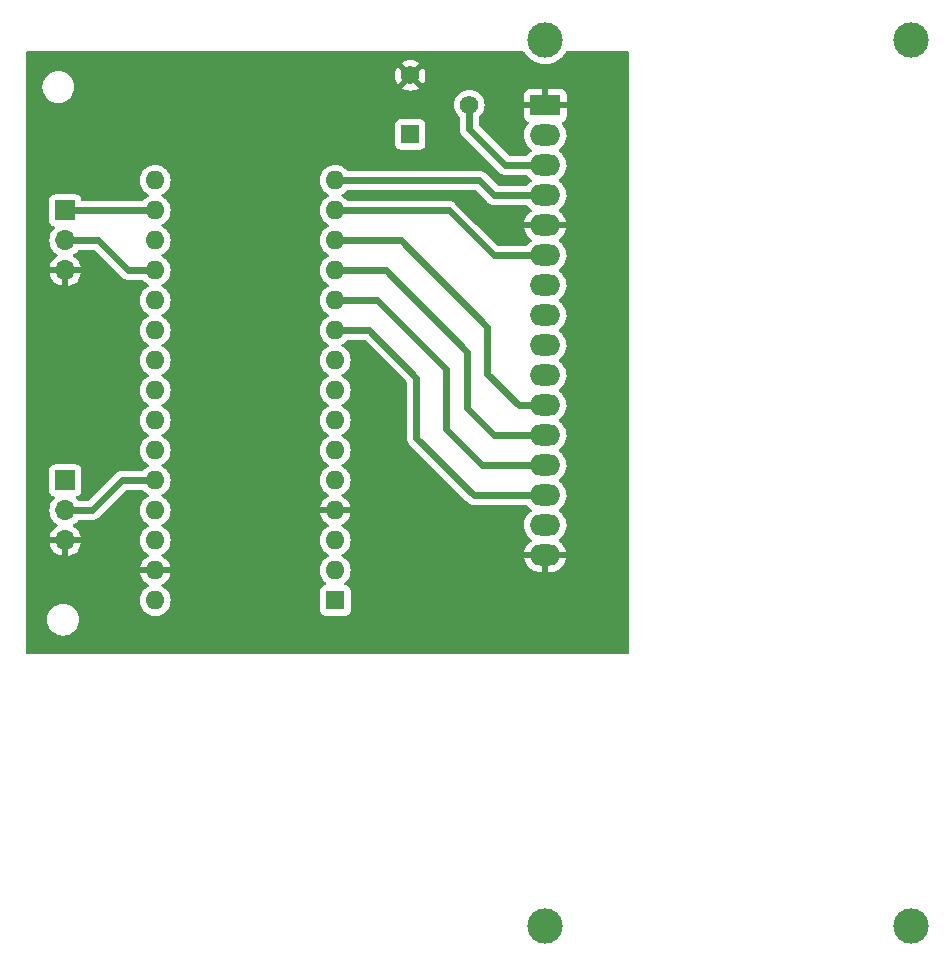
<source format=gtl>
G04 #@! TF.GenerationSoftware,KiCad,Pcbnew,7.0.5*
G04 #@! TF.CreationDate,2024-09-21T21:16:43+03:00*
G04 #@! TF.ProjectId,MatterEverything_Board,4d617474-6572-4457-9665-72797468696e,rev?*
G04 #@! TF.SameCoordinates,Original*
G04 #@! TF.FileFunction,Copper,L1,Top*
G04 #@! TF.FilePolarity,Positive*
%FSLAX46Y46*%
G04 Gerber Fmt 4.6, Leading zero omitted, Abs format (unit mm)*
G04 Created by KiCad (PCBNEW 7.0.5) date 2024-09-21 21:16:43*
%MOMM*%
%LPD*%
G01*
G04 APERTURE LIST*
G04 #@! TA.AperFunction,ComponentPad*
%ADD10C,3.000000*%
G04 #@! TD*
G04 #@! TA.AperFunction,ComponentPad*
%ADD11R,2.600000X1.800000*%
G04 #@! TD*
G04 #@! TA.AperFunction,ComponentPad*
%ADD12O,2.600000X1.800000*%
G04 #@! TD*
G04 #@! TA.AperFunction,ComponentPad*
%ADD13R,1.700000X1.700000*%
G04 #@! TD*
G04 #@! TA.AperFunction,ComponentPad*
%ADD14O,1.700000X1.700000*%
G04 #@! TD*
G04 #@! TA.AperFunction,ComponentPad*
%ADD15C,1.560000*%
G04 #@! TD*
G04 #@! TA.AperFunction,ComponentPad*
%ADD16R,1.560000X1.560000*%
G04 #@! TD*
G04 #@! TA.AperFunction,ComponentPad*
%ADD17O,1.600000X1.600000*%
G04 #@! TD*
G04 #@! TA.AperFunction,ComponentPad*
%ADD18R,1.600000X1.600000*%
G04 #@! TD*
G04 #@! TA.AperFunction,Conductor*
%ADD19C,0.600000*%
G04 #@! TD*
G04 APERTURE END LIST*
D10*
X229120700Y-155859480D03*
X198120000Y-80860900D03*
X229120700Y-80860900D03*
X198120000Y-155860000D03*
D11*
X198120000Y-86360000D03*
D12*
X198120000Y-88900000D03*
X198120000Y-91440000D03*
X198120000Y-93980000D03*
X198120000Y-96520000D03*
X198120000Y-99060000D03*
X198120000Y-101600000D03*
X198120000Y-104140000D03*
X198120000Y-106680000D03*
X198120000Y-109220000D03*
X198120000Y-111760000D03*
X198120000Y-114300000D03*
X198120000Y-116840000D03*
X198120000Y-119380000D03*
X198120000Y-121920000D03*
X198120000Y-124460000D03*
D13*
X157480000Y-95250000D03*
D14*
X157480000Y-97790000D03*
X157480000Y-100330000D03*
D15*
X186690000Y-83820000D03*
X191690000Y-86320000D03*
D16*
X186690000Y-88820000D03*
D13*
X157480000Y-118110000D03*
D14*
X157480000Y-120650000D03*
X157480000Y-123190000D03*
D17*
X165100000Y-128270000D03*
X165100000Y-125730000D03*
X165100000Y-123190000D03*
X165100000Y-120650000D03*
X165100000Y-118110000D03*
X165100000Y-115570000D03*
X165100000Y-113030000D03*
X165100000Y-110490000D03*
X165100000Y-107950000D03*
X165100000Y-105410000D03*
X165100000Y-102870000D03*
X165100000Y-100330000D03*
X165100000Y-97790000D03*
X165100000Y-95250000D03*
X165100000Y-92710000D03*
X180340000Y-92710000D03*
X180340000Y-95250000D03*
X180340000Y-97790000D03*
X180340000Y-100330000D03*
X180340000Y-102870000D03*
X180340000Y-105410000D03*
X180340000Y-107950000D03*
X180340000Y-110490000D03*
X180340000Y-113030000D03*
X180340000Y-115570000D03*
X180340000Y-118110000D03*
X180340000Y-120650000D03*
X180340000Y-123190000D03*
X180340000Y-125730000D03*
D18*
X180340000Y-128270000D03*
D19*
X162290000Y-118110000D02*
X165100000Y-118110000D01*
X159750000Y-120650000D02*
X162290000Y-118110000D01*
X157480000Y-120650000D02*
X159750000Y-120650000D01*
X160290000Y-97790000D02*
X157480000Y-97790000D01*
X162830000Y-100330000D02*
X160290000Y-97790000D01*
X165100000Y-100330000D02*
X162830000Y-100330000D01*
X194740000Y-91440000D02*
X198120000Y-91440000D01*
X191690000Y-86320000D02*
X191690000Y-88390000D01*
X191690000Y-88390000D02*
X194740000Y-91440000D01*
X192510000Y-92710000D02*
X180340000Y-92710000D01*
X193780000Y-93980000D02*
X192510000Y-92710000D01*
X198120000Y-93980000D02*
X193780000Y-93980000D01*
X189950000Y-95250000D02*
X180340000Y-95250000D01*
X198120000Y-99060000D02*
X193760000Y-99060000D01*
X193760000Y-99060000D02*
X189950000Y-95250000D01*
X185890000Y-97790000D02*
X180340000Y-97790000D01*
X195860000Y-111760000D02*
X193200000Y-109100000D01*
X193200000Y-105100000D02*
X185890000Y-97790000D01*
X198120000Y-111760000D02*
X195860000Y-111760000D01*
X193200000Y-109100000D02*
X193200000Y-105100000D01*
X191500000Y-107200000D02*
X184630000Y-100330000D01*
X184630000Y-100330000D02*
X180340000Y-100330000D01*
X191500000Y-112000000D02*
X191500000Y-107200000D01*
X193800000Y-114300000D02*
X191500000Y-112000000D01*
X198120000Y-114300000D02*
X193800000Y-114300000D01*
X189700000Y-113800000D02*
X189700000Y-108700000D01*
X189700000Y-108700000D02*
X183870000Y-102870000D01*
X192740000Y-116840000D02*
X189700000Y-113800000D01*
X198120000Y-116840000D02*
X192740000Y-116840000D01*
X183870000Y-102870000D02*
X180340000Y-102870000D01*
X187200000Y-114500000D02*
X187200000Y-109400000D01*
X187200000Y-109400000D02*
X183210000Y-105410000D01*
X183210000Y-105410000D02*
X180340000Y-105410000D01*
X192080000Y-119380000D02*
X187200000Y-114500000D01*
X198120000Y-119380000D02*
X192080000Y-119380000D01*
X157480000Y-95250000D02*
X165100000Y-95250000D01*
G04 #@! TA.AperFunction,Conductor*
G36*
X192194099Y-93530185D02*
G01*
X192214741Y-93546819D01*
X193167619Y-94499698D01*
X193167625Y-94499703D01*
X193277738Y-94609816D01*
X193313089Y-94632028D01*
X193318765Y-94636055D01*
X193351411Y-94662090D01*
X193351412Y-94662091D01*
X193367037Y-94669615D01*
X193389035Y-94680208D01*
X193395112Y-94683567D01*
X193412635Y-94694577D01*
X193430477Y-94705789D01*
X193469891Y-94719581D01*
X193476320Y-94722244D01*
X193513941Y-94740361D01*
X193554641Y-94749650D01*
X193561328Y-94751576D01*
X193600742Y-94765367D01*
X193600745Y-94765368D01*
X193642241Y-94770043D01*
X193649093Y-94771207D01*
X193689806Y-94780500D01*
X193735046Y-94780500D01*
X196502816Y-94780500D01*
X196569855Y-94800185D01*
X196595899Y-94822576D01*
X196747436Y-94994755D01*
X196747440Y-94994759D01*
X196932913Y-95144518D01*
X196932917Y-95144521D01*
X196932920Y-95144523D01*
X196933311Y-95144741D01*
X196933421Y-95144803D01*
X196933592Y-95144977D01*
X196937283Y-95147472D01*
X196936775Y-95148222D01*
X196982348Y-95194682D01*
X196996542Y-95263094D01*
X196971496Y-95328321D01*
X196942387Y-95355792D01*
X196837314Y-95426810D01*
X196837309Y-95426814D01*
X196665263Y-95591706D01*
X196523549Y-95783316D01*
X196416257Y-95996115D01*
X196346475Y-96223979D01*
X196340582Y-96270000D01*
X197574118Y-96270000D01*
X197535444Y-96363369D01*
X197514823Y-96520000D01*
X197535444Y-96676631D01*
X197574118Y-96770000D01*
X196341734Y-96770000D01*
X196376525Y-96931433D01*
X196465383Y-97152562D01*
X196590333Y-97355494D01*
X196747780Y-97534389D01*
X196747786Y-97534396D01*
X196933194Y-97684102D01*
X196933196Y-97684104D01*
X196933395Y-97684215D01*
X196933462Y-97684284D01*
X196937564Y-97687056D01*
X196937000Y-97687890D01*
X196982323Y-97734093D01*
X196996517Y-97802506D01*
X196971472Y-97867733D01*
X196942361Y-97895206D01*
X196837007Y-97966413D01*
X196836997Y-97966421D01*
X196664881Y-98131379D01*
X196664880Y-98131380D01*
X196607299Y-98209235D01*
X196551609Y-98251429D01*
X196507604Y-98259500D01*
X194142939Y-98259500D01*
X194075900Y-98239815D01*
X194055258Y-98223181D01*
X192285868Y-96453791D01*
X190501693Y-94669615D01*
X190501691Y-94669612D01*
X190484252Y-94652173D01*
X190452262Y-94620184D01*
X190452259Y-94620182D01*
X190452258Y-94620181D01*
X190416904Y-94597966D01*
X190411229Y-94593940D01*
X190378589Y-94567910D01*
X190340959Y-94549787D01*
X190334872Y-94546422D01*
X190299525Y-94524212D01*
X190260114Y-94510421D01*
X190253688Y-94507759D01*
X190216061Y-94489639D01*
X190175345Y-94480345D01*
X190168662Y-94478420D01*
X190129259Y-94464632D01*
X190087763Y-94459955D01*
X190080908Y-94458791D01*
X190040200Y-94449501D01*
X190040196Y-94449500D01*
X190040194Y-94449500D01*
X190040191Y-94449500D01*
X181430049Y-94449500D01*
X181363010Y-94429815D01*
X181342368Y-94413181D01*
X181179141Y-94249954D01*
X180992734Y-94119432D01*
X180992728Y-94119429D01*
X180934725Y-94092382D01*
X180882285Y-94046210D01*
X180863133Y-93979017D01*
X180883348Y-93912135D01*
X180934725Y-93867618D01*
X180992734Y-93840568D01*
X181179139Y-93710047D01*
X181179140Y-93710045D01*
X181342368Y-93546819D01*
X181403691Y-93513334D01*
X181430049Y-93510500D01*
X192127060Y-93510500D01*
X192194099Y-93530185D01*
G37*
G04 #@! TD.AperFunction*
G04 #@! TA.AperFunction,Conductor*
G36*
X196336299Y-81800185D02*
G01*
X196378092Y-81845073D01*
X196432770Y-81945209D01*
X196432775Y-81945217D01*
X196604254Y-82174287D01*
X196604270Y-82174305D01*
X196806594Y-82376629D01*
X196806612Y-82376645D01*
X197035682Y-82548124D01*
X197035690Y-82548129D01*
X197286833Y-82685264D01*
X197286832Y-82685264D01*
X197286836Y-82685265D01*
X197286839Y-82685267D01*
X197554954Y-82785269D01*
X197554960Y-82785270D01*
X197554962Y-82785271D01*
X197834566Y-82846095D01*
X197834568Y-82846095D01*
X197834572Y-82846096D01*
X198088220Y-82864237D01*
X198119999Y-82866510D01*
X198120000Y-82866510D01*
X198120001Y-82866510D01*
X198148595Y-82864464D01*
X198405428Y-82846096D01*
X198685046Y-82785269D01*
X198953161Y-82685267D01*
X199204315Y-82548126D01*
X199433395Y-82376639D01*
X199635739Y-82174295D01*
X199807226Y-81945215D01*
X199861908Y-81845072D01*
X199911313Y-81795668D01*
X199970740Y-81780500D01*
X205115500Y-81780500D01*
X205182539Y-81800185D01*
X205228294Y-81852989D01*
X205239500Y-81904500D01*
X205239500Y-132725500D01*
X205219815Y-132792539D01*
X205167011Y-132838294D01*
X205115500Y-132849500D01*
X154294500Y-132849500D01*
X154227461Y-132829815D01*
X154181706Y-132777011D01*
X154170500Y-132725500D01*
X154170500Y-129900000D01*
X155944341Y-129900000D01*
X155964936Y-130135403D01*
X155964938Y-130135413D01*
X156026094Y-130363655D01*
X156026096Y-130363659D01*
X156026097Y-130363663D01*
X156076030Y-130470746D01*
X156125964Y-130577828D01*
X156125965Y-130577830D01*
X156261505Y-130771402D01*
X156428597Y-130938494D01*
X156622169Y-131074034D01*
X156622171Y-131074035D01*
X156836337Y-131173903D01*
X157064592Y-131235063D01*
X157241032Y-131250499D01*
X157241033Y-131250500D01*
X157241034Y-131250500D01*
X157358967Y-131250500D01*
X157358967Y-131250499D01*
X157535408Y-131235063D01*
X157763663Y-131173903D01*
X157977829Y-131074035D01*
X158171401Y-130938495D01*
X158338495Y-130771401D01*
X158474035Y-130577830D01*
X158573903Y-130363663D01*
X158635063Y-130135408D01*
X158655659Y-129900000D01*
X158635063Y-129664592D01*
X158573903Y-129436337D01*
X158474035Y-129222171D01*
X158474034Y-129222169D01*
X158338494Y-129028597D01*
X158171402Y-128861505D01*
X157977830Y-128725965D01*
X157977828Y-128725964D01*
X157870746Y-128676030D01*
X157763663Y-128626097D01*
X157763659Y-128626096D01*
X157763655Y-128626094D01*
X157535413Y-128564938D01*
X157535403Y-128564936D01*
X157358967Y-128549500D01*
X157358966Y-128549500D01*
X157241034Y-128549500D01*
X157241033Y-128549500D01*
X157064596Y-128564936D01*
X157064586Y-128564938D01*
X156836344Y-128626094D01*
X156836335Y-128626098D01*
X156622171Y-128725964D01*
X156622169Y-128725965D01*
X156428597Y-128861505D01*
X156261506Y-129028597D01*
X156261501Y-129028604D01*
X156125967Y-129222165D01*
X156125965Y-129222169D01*
X156026098Y-129436335D01*
X156026094Y-129436344D01*
X155964938Y-129664586D01*
X155964936Y-129664596D01*
X155944341Y-129899999D01*
X155944341Y-129900000D01*
X154170500Y-129900000D01*
X154170500Y-120650000D01*
X156124341Y-120650000D01*
X156144936Y-120885403D01*
X156144938Y-120885413D01*
X156206094Y-121113655D01*
X156206096Y-121113659D01*
X156206097Y-121113663D01*
X156238455Y-121183054D01*
X156305965Y-121327830D01*
X156305967Y-121327834D01*
X156398338Y-121459752D01*
X156441505Y-121521401D01*
X156608599Y-121688495D01*
X156739474Y-121780135D01*
X156794594Y-121818730D01*
X156838219Y-121873307D01*
X156845413Y-121942805D01*
X156813890Y-122005160D01*
X156794595Y-122021880D01*
X156608922Y-122151890D01*
X156608920Y-122151891D01*
X156441891Y-122318920D01*
X156441886Y-122318926D01*
X156306400Y-122512420D01*
X156306399Y-122512422D01*
X156206570Y-122726507D01*
X156206567Y-122726513D01*
X156149364Y-122939999D01*
X156149364Y-122940000D01*
X157046314Y-122940000D01*
X157020507Y-122980156D01*
X156980000Y-123118111D01*
X156980000Y-123261889D01*
X157020507Y-123399844D01*
X157046314Y-123440000D01*
X156149364Y-123440000D01*
X156206567Y-123653486D01*
X156206570Y-123653492D01*
X156306399Y-123867578D01*
X156441894Y-124061082D01*
X156608917Y-124228105D01*
X156802421Y-124363600D01*
X157016507Y-124463429D01*
X157016516Y-124463433D01*
X157230000Y-124520634D01*
X157230000Y-123625501D01*
X157337685Y-123674680D01*
X157444237Y-123690000D01*
X157515763Y-123690000D01*
X157622315Y-123674680D01*
X157730000Y-123625501D01*
X157730000Y-124520633D01*
X157943483Y-124463433D01*
X157943492Y-124463429D01*
X158157578Y-124363600D01*
X158351082Y-124228105D01*
X158518105Y-124061082D01*
X158653600Y-123867578D01*
X158753429Y-123653492D01*
X158753432Y-123653486D01*
X158810636Y-123440000D01*
X157913686Y-123440000D01*
X157939493Y-123399844D01*
X157980000Y-123261889D01*
X157980000Y-123118111D01*
X157939493Y-122980156D01*
X157913686Y-122940000D01*
X158810636Y-122940000D01*
X158810635Y-122939999D01*
X158753432Y-122726513D01*
X158753429Y-122726507D01*
X158653600Y-122512422D01*
X158653599Y-122512420D01*
X158518113Y-122318926D01*
X158518108Y-122318920D01*
X158351078Y-122151890D01*
X158165405Y-122021879D01*
X158121780Y-121967302D01*
X158114588Y-121897804D01*
X158146110Y-121835449D01*
X158165406Y-121818730D01*
X158219907Y-121780568D01*
X158351401Y-121688495D01*
X158518495Y-121521401D01*
X158531116Y-121503375D01*
X158585693Y-121459752D01*
X158632691Y-121450500D01*
X159840194Y-121450500D01*
X159880903Y-121441208D01*
X159887760Y-121440043D01*
X159929255Y-121435368D01*
X159968680Y-121421571D01*
X159975321Y-121419658D01*
X160016061Y-121410360D01*
X160053693Y-121392236D01*
X160060105Y-121389580D01*
X160099522Y-121375789D01*
X160134889Y-121353565D01*
X160140961Y-121350209D01*
X160178587Y-121332091D01*
X160211236Y-121306052D01*
X160216895Y-121302037D01*
X160252262Y-121279816D01*
X160379816Y-121152262D01*
X160379816Y-121152261D01*
X162585258Y-118946819D01*
X162646582Y-118913334D01*
X162672940Y-118910500D01*
X164009951Y-118910500D01*
X164076990Y-118930185D01*
X164097632Y-118946819D01*
X164260858Y-119110045D01*
X164260861Y-119110047D01*
X164447266Y-119240568D01*
X164505275Y-119267618D01*
X164557714Y-119313791D01*
X164576866Y-119380984D01*
X164556650Y-119447865D01*
X164505275Y-119492381D01*
X164488272Y-119500310D01*
X164447267Y-119519431D01*
X164447265Y-119519432D01*
X164260858Y-119649954D01*
X164099954Y-119810858D01*
X163969432Y-119997265D01*
X163969431Y-119997267D01*
X163873261Y-120203502D01*
X163873258Y-120203511D01*
X163814366Y-120423302D01*
X163814364Y-120423313D01*
X163794532Y-120649998D01*
X163794532Y-120650001D01*
X163814364Y-120876686D01*
X163814366Y-120876697D01*
X163873258Y-121096488D01*
X163873261Y-121096497D01*
X163969431Y-121302732D01*
X163969432Y-121302734D01*
X164099954Y-121489141D01*
X164260858Y-121650045D01*
X164260861Y-121650047D01*
X164447266Y-121780568D01*
X164504681Y-121807341D01*
X164505275Y-121807618D01*
X164557714Y-121853791D01*
X164576866Y-121920984D01*
X164556650Y-121987865D01*
X164505275Y-122032382D01*
X164447267Y-122059431D01*
X164447265Y-122059432D01*
X164260858Y-122189954D01*
X164099954Y-122350858D01*
X163969432Y-122537265D01*
X163969431Y-122537267D01*
X163873261Y-122743502D01*
X163873258Y-122743511D01*
X163814366Y-122963302D01*
X163814364Y-122963313D01*
X163794532Y-123189998D01*
X163794532Y-123190001D01*
X163814364Y-123416686D01*
X163814366Y-123416697D01*
X163873258Y-123636488D01*
X163873261Y-123636497D01*
X163969431Y-123842732D01*
X163969432Y-123842734D01*
X164099954Y-124029141D01*
X164260858Y-124190045D01*
X164260861Y-124190047D01*
X164447266Y-124320568D01*
X164505865Y-124347893D01*
X164558305Y-124394065D01*
X164577457Y-124461258D01*
X164557242Y-124528139D01*
X164505867Y-124572657D01*
X164447515Y-124599867D01*
X164261179Y-124730342D01*
X164100342Y-124891179D01*
X163969865Y-125077517D01*
X163873734Y-125283673D01*
X163873730Y-125283682D01*
X163821127Y-125479999D01*
X163821128Y-125480000D01*
X164666314Y-125480000D01*
X164640507Y-125520156D01*
X164600000Y-125658111D01*
X164600000Y-125801889D01*
X164640507Y-125939844D01*
X164666314Y-125980000D01*
X163821128Y-125980000D01*
X163873730Y-126176317D01*
X163873734Y-126176326D01*
X163969865Y-126382482D01*
X164100342Y-126568820D01*
X164261179Y-126729657D01*
X164447518Y-126860134D01*
X164447520Y-126860135D01*
X164505865Y-126887342D01*
X164558305Y-126933514D01*
X164577457Y-127000707D01*
X164557242Y-127067589D01*
X164505867Y-127112105D01*
X164447268Y-127139431D01*
X164447264Y-127139433D01*
X164260858Y-127269954D01*
X164099954Y-127430858D01*
X163969432Y-127617265D01*
X163969431Y-127617267D01*
X163873261Y-127823502D01*
X163873258Y-127823511D01*
X163814366Y-128043302D01*
X163814364Y-128043313D01*
X163794532Y-128269998D01*
X163794532Y-128270001D01*
X163814364Y-128496686D01*
X163814366Y-128496697D01*
X163873258Y-128716488D01*
X163873261Y-128716497D01*
X163969431Y-128922732D01*
X163969432Y-128922734D01*
X164099954Y-129109141D01*
X164260858Y-129270045D01*
X164260861Y-129270047D01*
X164447266Y-129400568D01*
X164653504Y-129496739D01*
X164873308Y-129555635D01*
X165035230Y-129569801D01*
X165099998Y-129575468D01*
X165100000Y-129575468D01*
X165100002Y-129575468D01*
X165156807Y-129570498D01*
X165326692Y-129555635D01*
X165546496Y-129496739D01*
X165752734Y-129400568D01*
X165939139Y-129270047D01*
X166100047Y-129109139D01*
X166230568Y-128922734D01*
X166326739Y-128716496D01*
X166385635Y-128496692D01*
X166405468Y-128270000D01*
X166385635Y-128043308D01*
X166326739Y-127823504D01*
X166230568Y-127617266D01*
X166100047Y-127430861D01*
X166100045Y-127430858D01*
X165939141Y-127269954D01*
X165752734Y-127139432D01*
X165752732Y-127139431D01*
X165741275Y-127134088D01*
X165694132Y-127112105D01*
X165641694Y-127065934D01*
X165622542Y-126998740D01*
X165642758Y-126931859D01*
X165694134Y-126887341D01*
X165752484Y-126860132D01*
X165938820Y-126729657D01*
X166099657Y-126568820D01*
X166230134Y-126382482D01*
X166326265Y-126176326D01*
X166326269Y-126176317D01*
X166378872Y-125980000D01*
X165533686Y-125980000D01*
X165559493Y-125939844D01*
X165600000Y-125801889D01*
X165600000Y-125730001D01*
X179034532Y-125730001D01*
X179054364Y-125956686D01*
X179054366Y-125956697D01*
X179113258Y-126176488D01*
X179113261Y-126176497D01*
X179209431Y-126382732D01*
X179209432Y-126382734D01*
X179339954Y-126569141D01*
X179500858Y-126730045D01*
X179525462Y-126747273D01*
X179569087Y-126801849D01*
X179576281Y-126871348D01*
X179544758Y-126933703D01*
X179484529Y-126969117D01*
X179467593Y-126972138D01*
X179432516Y-126975908D01*
X179297671Y-127026202D01*
X179297664Y-127026206D01*
X179182455Y-127112452D01*
X179182452Y-127112455D01*
X179096206Y-127227664D01*
X179096202Y-127227671D01*
X179045908Y-127362517D01*
X179039501Y-127422116D01*
X179039501Y-127422123D01*
X179039500Y-127422135D01*
X179039500Y-129117870D01*
X179039501Y-129117876D01*
X179045908Y-129177483D01*
X179096202Y-129312328D01*
X179096206Y-129312335D01*
X179182452Y-129427544D01*
X179182455Y-129427547D01*
X179297664Y-129513793D01*
X179297671Y-129513797D01*
X179432517Y-129564091D01*
X179432516Y-129564091D01*
X179439444Y-129564835D01*
X179492127Y-129570500D01*
X181187872Y-129570499D01*
X181247483Y-129564091D01*
X181382331Y-129513796D01*
X181497546Y-129427546D01*
X181583796Y-129312331D01*
X181634091Y-129177483D01*
X181640500Y-129117873D01*
X181640499Y-127422128D01*
X181634091Y-127362517D01*
X181599567Y-127269954D01*
X181583797Y-127227671D01*
X181583793Y-127227664D01*
X181497547Y-127112455D01*
X181497544Y-127112452D01*
X181382335Y-127026206D01*
X181382328Y-127026202D01*
X181247482Y-126975908D01*
X181247483Y-126975908D01*
X181212404Y-126972137D01*
X181147853Y-126945399D01*
X181108005Y-126888006D01*
X181105512Y-126818181D01*
X181141165Y-126758092D01*
X181154539Y-126747272D01*
X181179140Y-126730046D01*
X181340045Y-126569141D01*
X181340044Y-126569141D01*
X181340047Y-126569139D01*
X181470568Y-126382734D01*
X181566739Y-126176496D01*
X181625635Y-125956692D01*
X181645468Y-125730000D01*
X181625635Y-125503308D01*
X181566739Y-125283504D01*
X181470568Y-125077266D01*
X181340047Y-124890861D01*
X181340045Y-124890858D01*
X181179141Y-124729954D01*
X180992734Y-124599432D01*
X180992728Y-124599429D01*
X180934725Y-124572382D01*
X180882285Y-124526210D01*
X180863133Y-124459017D01*
X180883348Y-124392135D01*
X180934725Y-124347618D01*
X180992734Y-124320568D01*
X181179139Y-124190047D01*
X181340047Y-124029139D01*
X181470568Y-123842734D01*
X181566739Y-123636496D01*
X181625635Y-123416692D01*
X181645468Y-123190000D01*
X181625635Y-122963308D01*
X181566739Y-122743504D01*
X181470568Y-122537266D01*
X181340047Y-122350861D01*
X181340045Y-122350858D01*
X181179141Y-122189954D01*
X180992734Y-122059432D01*
X180992732Y-122059431D01*
X180934725Y-122032382D01*
X180934132Y-122032105D01*
X180881694Y-121985934D01*
X180862542Y-121918740D01*
X180882758Y-121851859D01*
X180934134Y-121807341D01*
X180992484Y-121780132D01*
X181178820Y-121649657D01*
X181339657Y-121488820D01*
X181470134Y-121302482D01*
X181566265Y-121096326D01*
X181566269Y-121096317D01*
X181618872Y-120900000D01*
X180773686Y-120900000D01*
X180799493Y-120859844D01*
X180840000Y-120721889D01*
X180840000Y-120578111D01*
X180799493Y-120440156D01*
X180773686Y-120400000D01*
X181618872Y-120400000D01*
X181618872Y-120399999D01*
X181566269Y-120203682D01*
X181566265Y-120203673D01*
X181470134Y-119997517D01*
X181339657Y-119811179D01*
X181178820Y-119650342D01*
X180992482Y-119519865D01*
X180934133Y-119492657D01*
X180881694Y-119446484D01*
X180862542Y-119379291D01*
X180882758Y-119312410D01*
X180934129Y-119267895D01*
X180992734Y-119240568D01*
X181179139Y-119110047D01*
X181340047Y-118949139D01*
X181470568Y-118762734D01*
X181566739Y-118556496D01*
X181625635Y-118336692D01*
X181645468Y-118110000D01*
X181625635Y-117883308D01*
X181566739Y-117663504D01*
X181470568Y-117457266D01*
X181365118Y-117306666D01*
X181340045Y-117270858D01*
X181179141Y-117109954D01*
X180992734Y-116979432D01*
X180992728Y-116979429D01*
X180934725Y-116952382D01*
X180882285Y-116906210D01*
X180863133Y-116839017D01*
X180883348Y-116772135D01*
X180934725Y-116727618D01*
X180992734Y-116700568D01*
X181179139Y-116570047D01*
X181340047Y-116409139D01*
X181470568Y-116222734D01*
X181566739Y-116016496D01*
X181625635Y-115796692D01*
X181645468Y-115570000D01*
X181625635Y-115343308D01*
X181566739Y-115123504D01*
X181470568Y-114917266D01*
X181340047Y-114730861D01*
X181340045Y-114730858D01*
X181179141Y-114569954D01*
X180992734Y-114439432D01*
X180992728Y-114439429D01*
X180934725Y-114412382D01*
X180882285Y-114366210D01*
X180863133Y-114299017D01*
X180883348Y-114232135D01*
X180934725Y-114187618D01*
X180940614Y-114184872D01*
X180992734Y-114160568D01*
X181179139Y-114030047D01*
X181340047Y-113869139D01*
X181470568Y-113682734D01*
X181566739Y-113476496D01*
X181625635Y-113256692D01*
X181645468Y-113030000D01*
X181625635Y-112803308D01*
X181566739Y-112583504D01*
X181470568Y-112377266D01*
X181340047Y-112190861D01*
X181340045Y-112190858D01*
X181179141Y-112029954D01*
X180992734Y-111899432D01*
X180992728Y-111899429D01*
X180934725Y-111872382D01*
X180882285Y-111826210D01*
X180863133Y-111759017D01*
X180883348Y-111692135D01*
X180934725Y-111647618D01*
X180943732Y-111643418D01*
X180992734Y-111620568D01*
X181179139Y-111490047D01*
X181340047Y-111329139D01*
X181470568Y-111142734D01*
X181566739Y-110936496D01*
X181625635Y-110716692D01*
X181645468Y-110490000D01*
X181625635Y-110263308D01*
X181566739Y-110043504D01*
X181470568Y-109837266D01*
X181340047Y-109650861D01*
X181340045Y-109650858D01*
X181179141Y-109489954D01*
X180992734Y-109359432D01*
X180992728Y-109359429D01*
X180934725Y-109332382D01*
X180882285Y-109286210D01*
X180863133Y-109219017D01*
X180883348Y-109152135D01*
X180934725Y-109107618D01*
X180992734Y-109080568D01*
X181179139Y-108950047D01*
X181340047Y-108789139D01*
X181470568Y-108602734D01*
X181566739Y-108396496D01*
X181625635Y-108176692D01*
X181645468Y-107950000D01*
X181625635Y-107723308D01*
X181566739Y-107503504D01*
X181470568Y-107297266D01*
X181340047Y-107110861D01*
X181340045Y-107110858D01*
X181179141Y-106949954D01*
X181048569Y-106858528D01*
X180992734Y-106819432D01*
X180934722Y-106792380D01*
X180882284Y-106746208D01*
X180863133Y-106679014D01*
X180883349Y-106612133D01*
X180934721Y-106567619D01*
X180992734Y-106540568D01*
X181179139Y-106410047D01*
X181205309Y-106383877D01*
X181342368Y-106246819D01*
X181403691Y-106213334D01*
X181430049Y-106210500D01*
X182827060Y-106210500D01*
X182894099Y-106230185D01*
X182914741Y-106246819D01*
X186363181Y-109695258D01*
X186396666Y-109756581D01*
X186399500Y-109782939D01*
X186399500Y-114590191D01*
X186399501Y-114590200D01*
X186408791Y-114630908D01*
X186409955Y-114637763D01*
X186414632Y-114679259D01*
X186428420Y-114718662D01*
X186430345Y-114725345D01*
X186439639Y-114766061D01*
X186457759Y-114803688D01*
X186460421Y-114810114D01*
X186474212Y-114849525D01*
X186496422Y-114884872D01*
X186499787Y-114890959D01*
X186517910Y-114928589D01*
X186543941Y-114961230D01*
X186547967Y-114966904D01*
X186570183Y-115002261D01*
X186602174Y-115034252D01*
X189025888Y-117457966D01*
X191432742Y-119864819D01*
X191432743Y-119864821D01*
X191450184Y-119882262D01*
X191577738Y-120009816D01*
X191613089Y-120032028D01*
X191618765Y-120036055D01*
X191651411Y-120062090D01*
X191651412Y-120062091D01*
X191672548Y-120072269D01*
X191689035Y-120080208D01*
X191695112Y-120083567D01*
X191712635Y-120094577D01*
X191730477Y-120105789D01*
X191769891Y-120119581D01*
X191776320Y-120122244D01*
X191813941Y-120140361D01*
X191854641Y-120149650D01*
X191861328Y-120151576D01*
X191900608Y-120165320D01*
X191900745Y-120165368D01*
X191942241Y-120170043D01*
X191949093Y-120171207D01*
X191989806Y-120180500D01*
X192035046Y-120180500D01*
X196502816Y-120180500D01*
X196569855Y-120200185D01*
X196595899Y-120222576D01*
X196747436Y-120394755D01*
X196932920Y-120544523D01*
X196932935Y-120544531D01*
X196932942Y-120544538D01*
X196937291Y-120547478D01*
X196936693Y-120548362D01*
X196981861Y-120594411D01*
X196996053Y-120662824D01*
X196971005Y-120728050D01*
X196941897Y-120755520D01*
X196837007Y-120826413D01*
X196836997Y-120826421D01*
X196664881Y-120991379D01*
X196523123Y-121183050D01*
X196523120Y-121183054D01*
X196415796Y-121395920D01*
X196415793Y-121395926D01*
X196345983Y-121623878D01*
X196315702Y-121860346D01*
X196325819Y-122098528D01*
X196325819Y-122098532D01*
X196376045Y-122331580D01*
X196458697Y-122537265D01*
X196464936Y-122552790D01*
X196589931Y-122755795D01*
X196671628Y-122848621D01*
X196747436Y-122934755D01*
X196747440Y-122934759D01*
X196932913Y-123084518D01*
X196932917Y-123084521D01*
X196932920Y-123084523D01*
X196933311Y-123084741D01*
X196933421Y-123084803D01*
X196933592Y-123084977D01*
X196937283Y-123087472D01*
X196936775Y-123088222D01*
X196982348Y-123134682D01*
X196996542Y-123203094D01*
X196971496Y-123268321D01*
X196942387Y-123295792D01*
X196837314Y-123366810D01*
X196837309Y-123366814D01*
X196665263Y-123531706D01*
X196523549Y-123723316D01*
X196416257Y-123936115D01*
X196346475Y-124163979D01*
X196340582Y-124210000D01*
X197574118Y-124210000D01*
X197535444Y-124303369D01*
X197514823Y-124460000D01*
X197535444Y-124616631D01*
X197574118Y-124710000D01*
X196341734Y-124710000D01*
X196376525Y-124871433D01*
X196465383Y-125092562D01*
X196590333Y-125295494D01*
X196747780Y-125474389D01*
X196747786Y-125474396D01*
X196933194Y-125624102D01*
X196933204Y-125624109D01*
X197141248Y-125740331D01*
X197365947Y-125819722D01*
X197365961Y-125819726D01*
X197600832Y-125859999D01*
X197600843Y-125860000D01*
X197870000Y-125860000D01*
X197870000Y-125005881D01*
X197963369Y-125044556D01*
X198080677Y-125060000D01*
X198159323Y-125060000D01*
X198276631Y-125044556D01*
X198370000Y-125005881D01*
X198370000Y-125860000D01*
X198579472Y-125860000D01*
X198579491Y-125859999D01*
X198757450Y-125844852D01*
X198757453Y-125844851D01*
X198988078Y-125784802D01*
X199205241Y-125686639D01*
X199205244Y-125686637D01*
X199402688Y-125553187D01*
X199402690Y-125553185D01*
X199574736Y-125388293D01*
X199716450Y-125196683D01*
X199823742Y-124983884D01*
X199893524Y-124756020D01*
X199899418Y-124710000D01*
X198665882Y-124710000D01*
X198704556Y-124616631D01*
X198725177Y-124460000D01*
X198704556Y-124303369D01*
X198665882Y-124210000D01*
X199898266Y-124210000D01*
X199898265Y-124209999D01*
X199863474Y-124048566D01*
X199774616Y-123827437D01*
X199649666Y-123624505D01*
X199492219Y-123445610D01*
X199492213Y-123445603D01*
X199306805Y-123295897D01*
X199306790Y-123295887D01*
X199306597Y-123295779D01*
X199306530Y-123295711D01*
X199302436Y-123292944D01*
X199302999Y-123292110D01*
X199257672Y-123245898D01*
X199243482Y-123177484D01*
X199268532Y-123112260D01*
X199297637Y-123084793D01*
X199403003Y-123013579D01*
X199575118Y-122848621D01*
X199716879Y-122656947D01*
X199824207Y-122444074D01*
X199894016Y-122216123D01*
X199924298Y-121979654D01*
X199921710Y-121918740D01*
X199915841Y-121780567D01*
X199914180Y-121741468D01*
X199902763Y-121688495D01*
X199863954Y-121508419D01*
X199840680Y-121450500D01*
X199775064Y-121287210D01*
X199650069Y-121084205D01*
X199492564Y-120905245D01*
X199307080Y-120755477D01*
X199307074Y-120755474D01*
X199307071Y-120755471D01*
X199307057Y-120755463D01*
X199307051Y-120755457D01*
X199302709Y-120752522D01*
X199303306Y-120751638D01*
X199258134Y-120705580D01*
X199243947Y-120637165D01*
X199268999Y-120571942D01*
X199298099Y-120544481D01*
X199403003Y-120473579D01*
X199575118Y-120308621D01*
X199716879Y-120116947D01*
X199824207Y-119904074D01*
X199894016Y-119676123D01*
X199924298Y-119439654D01*
X199914180Y-119201468D01*
X199863954Y-118968419D01*
X199775064Y-118747210D01*
X199650069Y-118544205D01*
X199492564Y-118365245D01*
X199307080Y-118215477D01*
X199307074Y-118215474D01*
X199307071Y-118215471D01*
X199307057Y-118215463D01*
X199307051Y-118215457D01*
X199302709Y-118212522D01*
X199303306Y-118211638D01*
X199258134Y-118165580D01*
X199243947Y-118097165D01*
X199268999Y-118031942D01*
X199298099Y-118004481D01*
X199403003Y-117933579D01*
X199575118Y-117768621D01*
X199716879Y-117576947D01*
X199824207Y-117364074D01*
X199894016Y-117136123D01*
X199924298Y-116899654D01*
X199914180Y-116661468D01*
X199863954Y-116428419D01*
X199775064Y-116207210D01*
X199650069Y-116004205D01*
X199492564Y-115825245D01*
X199307080Y-115675477D01*
X199307074Y-115675474D01*
X199307071Y-115675471D01*
X199307057Y-115675463D01*
X199307051Y-115675457D01*
X199302709Y-115672522D01*
X199303306Y-115671638D01*
X199258134Y-115625580D01*
X199243947Y-115557165D01*
X199268999Y-115491942D01*
X199298099Y-115464481D01*
X199403003Y-115393579D01*
X199575118Y-115228621D01*
X199716879Y-115036947D01*
X199824207Y-114824074D01*
X199894016Y-114596123D01*
X199924298Y-114359654D01*
X199914180Y-114121468D01*
X199874588Y-113937763D01*
X199863954Y-113888419D01*
X199856207Y-113869139D01*
X199775064Y-113667210D01*
X199650069Y-113464205D01*
X199492564Y-113285245D01*
X199307080Y-113135477D01*
X199307074Y-113135474D01*
X199307071Y-113135471D01*
X199307057Y-113135463D01*
X199307051Y-113135457D01*
X199302709Y-113132522D01*
X199303306Y-113131638D01*
X199258134Y-113085580D01*
X199243947Y-113017165D01*
X199268999Y-112951942D01*
X199298099Y-112924481D01*
X199403003Y-112853579D01*
X199575118Y-112688621D01*
X199716879Y-112496947D01*
X199824207Y-112284074D01*
X199894016Y-112056123D01*
X199924298Y-111819654D01*
X199914180Y-111581468D01*
X199863954Y-111348419D01*
X199775064Y-111127210D01*
X199650069Y-110924205D01*
X199492564Y-110745245D01*
X199307080Y-110595477D01*
X199307074Y-110595474D01*
X199307071Y-110595471D01*
X199307057Y-110595463D01*
X199307051Y-110595457D01*
X199302709Y-110592522D01*
X199303306Y-110591638D01*
X199258134Y-110545580D01*
X199243947Y-110477165D01*
X199268999Y-110411942D01*
X199298099Y-110384481D01*
X199403003Y-110313579D01*
X199575118Y-110148621D01*
X199716879Y-109956947D01*
X199824207Y-109744074D01*
X199894016Y-109516123D01*
X199924298Y-109279654D01*
X199923849Y-109269095D01*
X199914180Y-109041471D01*
X199914180Y-109041467D01*
X199863954Y-108808419D01*
X199837834Y-108743418D01*
X199775064Y-108587210D01*
X199650069Y-108384205D01*
X199492564Y-108205245D01*
X199307080Y-108055477D01*
X199307074Y-108055474D01*
X199307071Y-108055471D01*
X199307057Y-108055463D01*
X199307051Y-108055457D01*
X199302709Y-108052522D01*
X199303306Y-108051638D01*
X199258134Y-108005580D01*
X199243947Y-107937165D01*
X199268999Y-107871942D01*
X199298099Y-107844481D01*
X199403003Y-107773579D01*
X199575118Y-107608621D01*
X199716879Y-107416947D01*
X199824207Y-107204074D01*
X199894016Y-106976123D01*
X199924298Y-106739654D01*
X199922517Y-106697738D01*
X199914180Y-106501471D01*
X199914180Y-106501467D01*
X199863954Y-106268419D01*
X199775064Y-106047211D01*
X199775064Y-106047210D01*
X199650069Y-105844205D01*
X199492564Y-105665245D01*
X199307080Y-105515477D01*
X199307074Y-105515474D01*
X199307071Y-105515471D01*
X199307057Y-105515463D01*
X199307051Y-105515457D01*
X199302709Y-105512522D01*
X199303306Y-105511638D01*
X199258134Y-105465580D01*
X199243947Y-105397165D01*
X199268999Y-105331942D01*
X199298099Y-105304481D01*
X199403003Y-105233579D01*
X199575118Y-105068621D01*
X199716879Y-104876947D01*
X199824207Y-104664074D01*
X199894016Y-104436123D01*
X199924298Y-104199654D01*
X199914180Y-103961468D01*
X199863954Y-103728419D01*
X199775064Y-103507210D01*
X199650069Y-103304205D01*
X199492564Y-103125245D01*
X199307080Y-102975477D01*
X199307074Y-102975474D01*
X199307071Y-102975471D01*
X199307057Y-102975463D01*
X199307051Y-102975457D01*
X199302709Y-102972522D01*
X199303306Y-102971638D01*
X199258134Y-102925580D01*
X199243947Y-102857165D01*
X199268999Y-102791942D01*
X199298099Y-102764481D01*
X199403003Y-102693579D01*
X199575118Y-102528621D01*
X199716879Y-102336947D01*
X199824207Y-102124074D01*
X199894016Y-101896123D01*
X199924298Y-101659654D01*
X199914180Y-101421468D01*
X199902679Y-101368105D01*
X199863954Y-101188419D01*
X199840680Y-101130500D01*
X199775064Y-100967210D01*
X199650069Y-100764205D01*
X199492564Y-100585245D01*
X199307080Y-100435477D01*
X199307074Y-100435474D01*
X199307071Y-100435471D01*
X199307057Y-100435463D01*
X199307051Y-100435457D01*
X199302709Y-100432522D01*
X199303306Y-100431638D01*
X199258134Y-100385580D01*
X199243947Y-100317165D01*
X199268999Y-100251942D01*
X199298099Y-100224481D01*
X199403003Y-100153579D01*
X199575118Y-99988621D01*
X199716879Y-99796947D01*
X199824207Y-99584074D01*
X199894016Y-99356123D01*
X199924298Y-99119654D01*
X199914180Y-98881468D01*
X199902763Y-98828495D01*
X199863954Y-98648419D01*
X199791388Y-98467834D01*
X199775064Y-98427210D01*
X199650069Y-98224205D01*
X199492564Y-98045245D01*
X199307080Y-97895477D01*
X199307077Y-97895475D01*
X199307073Y-97895472D01*
X199306571Y-97895192D01*
X199306398Y-97895015D01*
X199302709Y-97892522D01*
X199303216Y-97891771D01*
X199257647Y-97845310D01*
X199243457Y-97776897D01*
X199268508Y-97711672D01*
X199297613Y-97684206D01*
X199402688Y-97613187D01*
X199402690Y-97613185D01*
X199574736Y-97448293D01*
X199716450Y-97256683D01*
X199823742Y-97043884D01*
X199893524Y-96816020D01*
X199899418Y-96770000D01*
X198665882Y-96770000D01*
X198704556Y-96676631D01*
X198725177Y-96520000D01*
X198704556Y-96363369D01*
X198665882Y-96270000D01*
X199898266Y-96270000D01*
X199898265Y-96269999D01*
X199863474Y-96108566D01*
X199774616Y-95887437D01*
X199649666Y-95684505D01*
X199492219Y-95505610D01*
X199492213Y-95505603D01*
X199306805Y-95355897D01*
X199306790Y-95355887D01*
X199306597Y-95355779D01*
X199306530Y-95355711D01*
X199302436Y-95352944D01*
X199302999Y-95352110D01*
X199257672Y-95305898D01*
X199243482Y-95237484D01*
X199268532Y-95172260D01*
X199297637Y-95144793D01*
X199403003Y-95073579D01*
X199575118Y-94908621D01*
X199716879Y-94716947D01*
X199824207Y-94504074D01*
X199894016Y-94276123D01*
X199924298Y-94039654D01*
X199914180Y-93801468D01*
X199863954Y-93568419D01*
X199775064Y-93347210D01*
X199650069Y-93144205D01*
X199492564Y-92965245D01*
X199307080Y-92815477D01*
X199307074Y-92815474D01*
X199307071Y-92815471D01*
X199307057Y-92815463D01*
X199307051Y-92815457D01*
X199302709Y-92812522D01*
X199303306Y-92811638D01*
X199258134Y-92765580D01*
X199243947Y-92697165D01*
X199268999Y-92631942D01*
X199298099Y-92604481D01*
X199403003Y-92533579D01*
X199575118Y-92368621D01*
X199716879Y-92176947D01*
X199824207Y-91964074D01*
X199894016Y-91736123D01*
X199924298Y-91499654D01*
X199914180Y-91261468D01*
X199863954Y-91028419D01*
X199775064Y-90807210D01*
X199650069Y-90604205D01*
X199492564Y-90425245D01*
X199307080Y-90275477D01*
X199307074Y-90275474D01*
X199307071Y-90275471D01*
X199307057Y-90275463D01*
X199307051Y-90275457D01*
X199302709Y-90272522D01*
X199303306Y-90271638D01*
X199258134Y-90225580D01*
X199243947Y-90157165D01*
X199268999Y-90091942D01*
X199298099Y-90064481D01*
X199403003Y-89993579D01*
X199575118Y-89828621D01*
X199716879Y-89636947D01*
X199824207Y-89424074D01*
X199894016Y-89196123D01*
X199924298Y-88959654D01*
X199914180Y-88721468D01*
X199908868Y-88696822D01*
X199863954Y-88488419D01*
X199775064Y-88267211D01*
X199775064Y-88267210D01*
X199650069Y-88064205D01*
X199532907Y-87931084D01*
X199503393Y-87867755D01*
X199512802Y-87798522D01*
X199558148Y-87745366D01*
X199582658Y-87732979D01*
X199662086Y-87703354D01*
X199662093Y-87703350D01*
X199777187Y-87617190D01*
X199777190Y-87617187D01*
X199863350Y-87502093D01*
X199863354Y-87502086D01*
X199913596Y-87367379D01*
X199913598Y-87367372D01*
X199919999Y-87307844D01*
X199920000Y-87307827D01*
X199920000Y-86610000D01*
X198665882Y-86610000D01*
X198704556Y-86516631D01*
X198725177Y-86360000D01*
X198704556Y-86203369D01*
X198665882Y-86110000D01*
X199920000Y-86110000D01*
X199920000Y-85412172D01*
X199919999Y-85412155D01*
X199913598Y-85352627D01*
X199913596Y-85352620D01*
X199863354Y-85217913D01*
X199863350Y-85217906D01*
X199777190Y-85102812D01*
X199777187Y-85102809D01*
X199662093Y-85016649D01*
X199662086Y-85016645D01*
X199527379Y-84966403D01*
X199527372Y-84966401D01*
X199467844Y-84960000D01*
X198370000Y-84960000D01*
X198370000Y-85814118D01*
X198276631Y-85775444D01*
X198159323Y-85760000D01*
X198080677Y-85760000D01*
X197963369Y-85775444D01*
X197870000Y-85814118D01*
X197870000Y-84960000D01*
X196772155Y-84960000D01*
X196712627Y-84966401D01*
X196712620Y-84966403D01*
X196577913Y-85016645D01*
X196577906Y-85016649D01*
X196462812Y-85102809D01*
X196462809Y-85102812D01*
X196376649Y-85217906D01*
X196376645Y-85217913D01*
X196326403Y-85352620D01*
X196326401Y-85352627D01*
X196320000Y-85412155D01*
X196320000Y-86110000D01*
X197574118Y-86110000D01*
X197535444Y-86203369D01*
X197514823Y-86360000D01*
X197535444Y-86516631D01*
X197574118Y-86610000D01*
X196320000Y-86610000D01*
X196320000Y-87307844D01*
X196326401Y-87367372D01*
X196326403Y-87367379D01*
X196376645Y-87502086D01*
X196376649Y-87502093D01*
X196462809Y-87617187D01*
X196462812Y-87617190D01*
X196577906Y-87703350D01*
X196577915Y-87703355D01*
X196656755Y-87732760D01*
X196712689Y-87774630D01*
X196737107Y-87840095D01*
X196722256Y-87908368D01*
X196699225Y-87938463D01*
X196664882Y-87971378D01*
X196523123Y-88163050D01*
X196523120Y-88163054D01*
X196415796Y-88375920D01*
X196415793Y-88375926D01*
X196345983Y-88603878D01*
X196315702Y-88840346D01*
X196325819Y-89078528D01*
X196325819Y-89078532D01*
X196376045Y-89311580D01*
X196464935Y-89532788D01*
X196464936Y-89532790D01*
X196589931Y-89735795D01*
X196747436Y-89914755D01*
X196932920Y-90064523D01*
X196932935Y-90064531D01*
X196932942Y-90064538D01*
X196937291Y-90067478D01*
X196936693Y-90068362D01*
X196981861Y-90114411D01*
X196996053Y-90182824D01*
X196971005Y-90248050D01*
X196941897Y-90275520D01*
X196837007Y-90346413D01*
X196836997Y-90346421D01*
X196664881Y-90511379D01*
X196664880Y-90511380D01*
X196607299Y-90589235D01*
X196551609Y-90631429D01*
X196507604Y-90639500D01*
X195122940Y-90639500D01*
X195055901Y-90619815D01*
X195035259Y-90603181D01*
X192526819Y-88094741D01*
X192493334Y-88033418D01*
X192490500Y-88007060D01*
X192490500Y-87703350D01*
X192490500Y-87381758D01*
X192510183Y-87314723D01*
X192526809Y-87294090D01*
X192674667Y-87146233D01*
X192803181Y-86962696D01*
X192897872Y-86759630D01*
X192955863Y-86543206D01*
X192975391Y-86320000D01*
X192955863Y-86096794D01*
X192897872Y-85880370D01*
X192803181Y-85677305D01*
X192674667Y-85493767D01*
X192516233Y-85335333D01*
X192516229Y-85335330D01*
X192516228Y-85335329D01*
X192332700Y-85206821D01*
X192332696Y-85206819D01*
X192332695Y-85206818D01*
X192129630Y-85112128D01*
X192129627Y-85112127D01*
X192129625Y-85112126D01*
X191913208Y-85054137D01*
X191913200Y-85054136D01*
X191690002Y-85034609D01*
X191689998Y-85034609D01*
X191466799Y-85054136D01*
X191466791Y-85054137D01*
X191250374Y-85112126D01*
X191250368Y-85112129D01*
X191047306Y-85206818D01*
X191047304Y-85206819D01*
X190863764Y-85335334D01*
X190705334Y-85493764D01*
X190576819Y-85677304D01*
X190576818Y-85677306D01*
X190482129Y-85880368D01*
X190482126Y-85880374D01*
X190424137Y-86096791D01*
X190424136Y-86096799D01*
X190404609Y-86319998D01*
X190404609Y-86320001D01*
X190424136Y-86543200D01*
X190424137Y-86543208D01*
X190482126Y-86759625D01*
X190482127Y-86759627D01*
X190482128Y-86759630D01*
X190540169Y-86884099D01*
X190576819Y-86962696D01*
X190576821Y-86962700D01*
X190705329Y-87146228D01*
X190705334Y-87146234D01*
X190853181Y-87294081D01*
X190886666Y-87355404D01*
X190889500Y-87381762D01*
X190889500Y-88480191D01*
X190889501Y-88480200D01*
X190898791Y-88520908D01*
X190899955Y-88527763D01*
X190904632Y-88569259D01*
X190918420Y-88608662D01*
X190920345Y-88615345D01*
X190929639Y-88656061D01*
X190947759Y-88693688D01*
X190950421Y-88700114D01*
X190964212Y-88739525D01*
X190986422Y-88774872D01*
X190989787Y-88780959D01*
X191007910Y-88818589D01*
X191033940Y-88851229D01*
X191037966Y-88856904D01*
X191060182Y-88892259D01*
X191060184Y-88892262D01*
X191092174Y-88924252D01*
X192593167Y-90425245D01*
X194092742Y-91924819D01*
X194092743Y-91924821D01*
X194237740Y-92069818D01*
X194250790Y-92078017D01*
X194273104Y-92092038D01*
X194278757Y-92096049D01*
X194311413Y-92122091D01*
X194349044Y-92140213D01*
X194355106Y-92143563D01*
X194390478Y-92165788D01*
X194390478Y-92165789D01*
X194429898Y-92179583D01*
X194436326Y-92182245D01*
X194473939Y-92200359D01*
X194514655Y-92209652D01*
X194521324Y-92211574D01*
X194560745Y-92225368D01*
X194602251Y-92230044D01*
X194609076Y-92231203D01*
X194649805Y-92240500D01*
X194695046Y-92240500D01*
X196502816Y-92240500D01*
X196569855Y-92260185D01*
X196595899Y-92282576D01*
X196747436Y-92454755D01*
X196932920Y-92604523D01*
X196932935Y-92604531D01*
X196932942Y-92604538D01*
X196937291Y-92607478D01*
X196936693Y-92608362D01*
X196981861Y-92654411D01*
X196996053Y-92722824D01*
X196971005Y-92788050D01*
X196941897Y-92815520D01*
X196837007Y-92886413D01*
X196836997Y-92886421D01*
X196664881Y-93051379D01*
X196664880Y-93051380D01*
X196607299Y-93129235D01*
X196551609Y-93171429D01*
X196507604Y-93179500D01*
X194162940Y-93179500D01*
X194095901Y-93159815D01*
X194075259Y-93143181D01*
X193012262Y-92080184D01*
X193012259Y-92080182D01*
X192976904Y-92057966D01*
X192971229Y-92053940D01*
X192938589Y-92027910D01*
X192900959Y-92009787D01*
X192894872Y-92006422D01*
X192859525Y-91984212D01*
X192820114Y-91970421D01*
X192813688Y-91967759D01*
X192776061Y-91949639D01*
X192735345Y-91940345D01*
X192728662Y-91938420D01*
X192689259Y-91924632D01*
X192647763Y-91919955D01*
X192640908Y-91918791D01*
X192600200Y-91909501D01*
X192600196Y-91909500D01*
X192600194Y-91909500D01*
X192600191Y-91909500D01*
X181430049Y-91909500D01*
X181363010Y-91889815D01*
X181342368Y-91873181D01*
X181179141Y-91709954D01*
X180992734Y-91579432D01*
X180992732Y-91579431D01*
X180786497Y-91483261D01*
X180786488Y-91483258D01*
X180566697Y-91424366D01*
X180566693Y-91424365D01*
X180566692Y-91424365D01*
X180566691Y-91424364D01*
X180566686Y-91424364D01*
X180340002Y-91404532D01*
X180339998Y-91404532D01*
X180113313Y-91424364D01*
X180113302Y-91424366D01*
X179893511Y-91483258D01*
X179893502Y-91483261D01*
X179687267Y-91579431D01*
X179687265Y-91579432D01*
X179500858Y-91709954D01*
X179339954Y-91870858D01*
X179209432Y-92057265D01*
X179209431Y-92057267D01*
X179113261Y-92263502D01*
X179113258Y-92263511D01*
X179054366Y-92483302D01*
X179054364Y-92483313D01*
X179034532Y-92709998D01*
X179034532Y-92710001D01*
X179054364Y-92936686D01*
X179054366Y-92936697D01*
X179113258Y-93156488D01*
X179113261Y-93156497D01*
X179209431Y-93362732D01*
X179209432Y-93362734D01*
X179339954Y-93549141D01*
X179500858Y-93710045D01*
X179500861Y-93710047D01*
X179687266Y-93840568D01*
X179745275Y-93867618D01*
X179797714Y-93913791D01*
X179816866Y-93980984D01*
X179796650Y-94047865D01*
X179745275Y-94092382D01*
X179687267Y-94119431D01*
X179687265Y-94119432D01*
X179500858Y-94249954D01*
X179339954Y-94410858D01*
X179209432Y-94597265D01*
X179209431Y-94597267D01*
X179113261Y-94803502D01*
X179113258Y-94803511D01*
X179054366Y-95023302D01*
X179054364Y-95023313D01*
X179034532Y-95249998D01*
X179034532Y-95250001D01*
X179054364Y-95476686D01*
X179054366Y-95476697D01*
X179113258Y-95696488D01*
X179113261Y-95696497D01*
X179209431Y-95902732D01*
X179209432Y-95902734D01*
X179339954Y-96089141D01*
X179500858Y-96250045D01*
X179500861Y-96250047D01*
X179687266Y-96380568D01*
X179745275Y-96407618D01*
X179797714Y-96453791D01*
X179816866Y-96520984D01*
X179796650Y-96587865D01*
X179745275Y-96632381D01*
X179728272Y-96640310D01*
X179687267Y-96659431D01*
X179687265Y-96659432D01*
X179500858Y-96789954D01*
X179339954Y-96950858D01*
X179209432Y-97137265D01*
X179209431Y-97137267D01*
X179113261Y-97343502D01*
X179113258Y-97343511D01*
X179054366Y-97563302D01*
X179054364Y-97563313D01*
X179034532Y-97789998D01*
X179034532Y-97790001D01*
X179054364Y-98016686D01*
X179054366Y-98016697D01*
X179113258Y-98236488D01*
X179113261Y-98236497D01*
X179209431Y-98442732D01*
X179209432Y-98442734D01*
X179339954Y-98629141D01*
X179500858Y-98790045D01*
X179500861Y-98790047D01*
X179687266Y-98920568D01*
X179745275Y-98947618D01*
X179797714Y-98993791D01*
X179816866Y-99060984D01*
X179796650Y-99127865D01*
X179745275Y-99172382D01*
X179687267Y-99199431D01*
X179687265Y-99199432D01*
X179500858Y-99329954D01*
X179339954Y-99490858D01*
X179209432Y-99677265D01*
X179209431Y-99677267D01*
X179113261Y-99883502D01*
X179113258Y-99883511D01*
X179054366Y-100103302D01*
X179054364Y-100103313D01*
X179034532Y-100329998D01*
X179034532Y-100330001D01*
X179054364Y-100556686D01*
X179054366Y-100556697D01*
X179113258Y-100776488D01*
X179113261Y-100776497D01*
X179209431Y-100982732D01*
X179209432Y-100982734D01*
X179339954Y-101169141D01*
X179500858Y-101330045D01*
X179500861Y-101330047D01*
X179687266Y-101460568D01*
X179745275Y-101487618D01*
X179797714Y-101533791D01*
X179816866Y-101600984D01*
X179796650Y-101667865D01*
X179745275Y-101712382D01*
X179687267Y-101739431D01*
X179687265Y-101739432D01*
X179500858Y-101869954D01*
X179339954Y-102030858D01*
X179209432Y-102217265D01*
X179209431Y-102217267D01*
X179113261Y-102423502D01*
X179113258Y-102423511D01*
X179054366Y-102643302D01*
X179054364Y-102643313D01*
X179034532Y-102869998D01*
X179034532Y-102870001D01*
X179054364Y-103096686D01*
X179054366Y-103096697D01*
X179113258Y-103316488D01*
X179113261Y-103316497D01*
X179209431Y-103522732D01*
X179209432Y-103522734D01*
X179339954Y-103709141D01*
X179500858Y-103870045D01*
X179500861Y-103870047D01*
X179687266Y-104000568D01*
X179745275Y-104027618D01*
X179797714Y-104073791D01*
X179816866Y-104140984D01*
X179796650Y-104207865D01*
X179745275Y-104252382D01*
X179687267Y-104279431D01*
X179687265Y-104279432D01*
X179500858Y-104409954D01*
X179339954Y-104570858D01*
X179209432Y-104757265D01*
X179209431Y-104757267D01*
X179113261Y-104963502D01*
X179113258Y-104963511D01*
X179054366Y-105183302D01*
X179054364Y-105183313D01*
X179034532Y-105409998D01*
X179034532Y-105410001D01*
X179054364Y-105636686D01*
X179054366Y-105636697D01*
X179113258Y-105856488D01*
X179113261Y-105856497D01*
X179209431Y-106062732D01*
X179209432Y-106062734D01*
X179339954Y-106249141D01*
X179500858Y-106410045D01*
X179500861Y-106410047D01*
X179687266Y-106540568D01*
X179745278Y-106567619D01*
X179797713Y-106613788D01*
X179816866Y-106680982D01*
X179796651Y-106747863D01*
X179745277Y-106792380D01*
X179687268Y-106819430D01*
X179687265Y-106819432D01*
X179500858Y-106949954D01*
X179339954Y-107110858D01*
X179209432Y-107297265D01*
X179209431Y-107297267D01*
X179113261Y-107503502D01*
X179113258Y-107503511D01*
X179054366Y-107723302D01*
X179054364Y-107723313D01*
X179034532Y-107949998D01*
X179034532Y-107950001D01*
X179054364Y-108176686D01*
X179054366Y-108176697D01*
X179113258Y-108396488D01*
X179113261Y-108396497D01*
X179209431Y-108602732D01*
X179209432Y-108602734D01*
X179339954Y-108789141D01*
X179500858Y-108950045D01*
X179500861Y-108950047D01*
X179687266Y-109080568D01*
X179745275Y-109107618D01*
X179797714Y-109153791D01*
X179816866Y-109220984D01*
X179796650Y-109287865D01*
X179745275Y-109332382D01*
X179687267Y-109359431D01*
X179687265Y-109359432D01*
X179500858Y-109489954D01*
X179339954Y-109650858D01*
X179209432Y-109837265D01*
X179209431Y-109837267D01*
X179113261Y-110043502D01*
X179113258Y-110043511D01*
X179054366Y-110263302D01*
X179054364Y-110263313D01*
X179034532Y-110489998D01*
X179034532Y-110490001D01*
X179054364Y-110716686D01*
X179054366Y-110716697D01*
X179113258Y-110936488D01*
X179113261Y-110936497D01*
X179209431Y-111142732D01*
X179209432Y-111142734D01*
X179339954Y-111329141D01*
X179500858Y-111490045D01*
X179500861Y-111490047D01*
X179687266Y-111620568D01*
X179736268Y-111643418D01*
X179745275Y-111647618D01*
X179797714Y-111693791D01*
X179816866Y-111760984D01*
X179796650Y-111827865D01*
X179745275Y-111872382D01*
X179687267Y-111899431D01*
X179687265Y-111899432D01*
X179500858Y-112029954D01*
X179339954Y-112190858D01*
X179209432Y-112377265D01*
X179209431Y-112377267D01*
X179113261Y-112583502D01*
X179113258Y-112583511D01*
X179054366Y-112803302D01*
X179054364Y-112803313D01*
X179034532Y-113029998D01*
X179034532Y-113030001D01*
X179054364Y-113256686D01*
X179054366Y-113256697D01*
X179113258Y-113476488D01*
X179113261Y-113476497D01*
X179209431Y-113682732D01*
X179209432Y-113682734D01*
X179339954Y-113869141D01*
X179500858Y-114030045D01*
X179500861Y-114030047D01*
X179687266Y-114160568D01*
X179739386Y-114184872D01*
X179745275Y-114187618D01*
X179797714Y-114233791D01*
X179816866Y-114300984D01*
X179796650Y-114367865D01*
X179745275Y-114412382D01*
X179687267Y-114439431D01*
X179687265Y-114439432D01*
X179500858Y-114569954D01*
X179339954Y-114730858D01*
X179209432Y-114917265D01*
X179209431Y-114917267D01*
X179113261Y-115123502D01*
X179113258Y-115123511D01*
X179054366Y-115343302D01*
X179054364Y-115343313D01*
X179034532Y-115569998D01*
X179034532Y-115570001D01*
X179054364Y-115796686D01*
X179054366Y-115796697D01*
X179113258Y-116016488D01*
X179113261Y-116016497D01*
X179209431Y-116222732D01*
X179209432Y-116222734D01*
X179339954Y-116409141D01*
X179500858Y-116570045D01*
X179500861Y-116570047D01*
X179687266Y-116700568D01*
X179745275Y-116727618D01*
X179797714Y-116773791D01*
X179816866Y-116840984D01*
X179796650Y-116907865D01*
X179745275Y-116952382D01*
X179687267Y-116979431D01*
X179687265Y-116979432D01*
X179500858Y-117109954D01*
X179339954Y-117270858D01*
X179209432Y-117457265D01*
X179209431Y-117457267D01*
X179113261Y-117663502D01*
X179113258Y-117663511D01*
X179054366Y-117883302D01*
X179054364Y-117883313D01*
X179034532Y-118109998D01*
X179034532Y-118110001D01*
X179054364Y-118336686D01*
X179054366Y-118336697D01*
X179113258Y-118556488D01*
X179113261Y-118556497D01*
X179209431Y-118762732D01*
X179209432Y-118762734D01*
X179339954Y-118949141D01*
X179500858Y-119110045D01*
X179500861Y-119110047D01*
X179687266Y-119240568D01*
X179745865Y-119267893D01*
X179798305Y-119314065D01*
X179817457Y-119381258D01*
X179797242Y-119448139D01*
X179745867Y-119492657D01*
X179687515Y-119519867D01*
X179501179Y-119650342D01*
X179340342Y-119811179D01*
X179209865Y-119997517D01*
X179113734Y-120203673D01*
X179113730Y-120203682D01*
X179061127Y-120399999D01*
X179061128Y-120400000D01*
X179906314Y-120400000D01*
X179880507Y-120440156D01*
X179840000Y-120578111D01*
X179840000Y-120721889D01*
X179880507Y-120859844D01*
X179906314Y-120900000D01*
X179061128Y-120900000D01*
X179113730Y-121096317D01*
X179113734Y-121096326D01*
X179209865Y-121302482D01*
X179340342Y-121488820D01*
X179501179Y-121649657D01*
X179687518Y-121780134D01*
X179687520Y-121780135D01*
X179745865Y-121807342D01*
X179798305Y-121853514D01*
X179817457Y-121920707D01*
X179797242Y-121987589D01*
X179745867Y-122032105D01*
X179687268Y-122059431D01*
X179687264Y-122059433D01*
X179500858Y-122189954D01*
X179339954Y-122350858D01*
X179209432Y-122537265D01*
X179209431Y-122537267D01*
X179113261Y-122743502D01*
X179113258Y-122743511D01*
X179054366Y-122963302D01*
X179054364Y-122963313D01*
X179034532Y-123189998D01*
X179034532Y-123190001D01*
X179054364Y-123416686D01*
X179054366Y-123416697D01*
X179113258Y-123636488D01*
X179113261Y-123636497D01*
X179209431Y-123842732D01*
X179209432Y-123842734D01*
X179339954Y-124029141D01*
X179500858Y-124190045D01*
X179500861Y-124190047D01*
X179687266Y-124320568D01*
X179745275Y-124347618D01*
X179797714Y-124393791D01*
X179816866Y-124460984D01*
X179796650Y-124527865D01*
X179745275Y-124572382D01*
X179687267Y-124599431D01*
X179687265Y-124599432D01*
X179500858Y-124729954D01*
X179339954Y-124890858D01*
X179209432Y-125077265D01*
X179209431Y-125077267D01*
X179113261Y-125283502D01*
X179113258Y-125283511D01*
X179054366Y-125503302D01*
X179054364Y-125503313D01*
X179034532Y-125729998D01*
X179034532Y-125730001D01*
X165600000Y-125730001D01*
X165600000Y-125658111D01*
X165559493Y-125520156D01*
X165533686Y-125480000D01*
X166378872Y-125480000D01*
X166378872Y-125479999D01*
X166326269Y-125283682D01*
X166326265Y-125283673D01*
X166230134Y-125077517D01*
X166099657Y-124891179D01*
X165938820Y-124730342D01*
X165752482Y-124599865D01*
X165694133Y-124572657D01*
X165641694Y-124526484D01*
X165622542Y-124459291D01*
X165642758Y-124392410D01*
X165694129Y-124347895D01*
X165752734Y-124320568D01*
X165939139Y-124190047D01*
X166100047Y-124029139D01*
X166230568Y-123842734D01*
X166326739Y-123636496D01*
X166385635Y-123416692D01*
X166405468Y-123190000D01*
X166385635Y-122963308D01*
X166326739Y-122743504D01*
X166230568Y-122537266D01*
X166100047Y-122350861D01*
X166100045Y-122350858D01*
X165939141Y-122189954D01*
X165752734Y-122059432D01*
X165752728Y-122059429D01*
X165694725Y-122032382D01*
X165642285Y-121986210D01*
X165623133Y-121919017D01*
X165643348Y-121852135D01*
X165694725Y-121807618D01*
X165695319Y-121807341D01*
X165752734Y-121780568D01*
X165939139Y-121650047D01*
X166100047Y-121489139D01*
X166230568Y-121302734D01*
X166326739Y-121096496D01*
X166385635Y-120876692D01*
X166405468Y-120650000D01*
X166385635Y-120423308D01*
X166326739Y-120203504D01*
X166230568Y-119997266D01*
X166113319Y-119829815D01*
X166100045Y-119810858D01*
X165939141Y-119649954D01*
X165752734Y-119519432D01*
X165752728Y-119519429D01*
X165725038Y-119506517D01*
X165694724Y-119492381D01*
X165642285Y-119446210D01*
X165623133Y-119379017D01*
X165643348Y-119312135D01*
X165694725Y-119267618D01*
X165752734Y-119240568D01*
X165939139Y-119110047D01*
X166100047Y-118949139D01*
X166230568Y-118762734D01*
X166326739Y-118556496D01*
X166385635Y-118336692D01*
X166405468Y-118110000D01*
X166385635Y-117883308D01*
X166326739Y-117663504D01*
X166230568Y-117457266D01*
X166125118Y-117306666D01*
X166100045Y-117270858D01*
X165939141Y-117109954D01*
X165752734Y-116979432D01*
X165752728Y-116979429D01*
X165694725Y-116952382D01*
X165642285Y-116906210D01*
X165623133Y-116839017D01*
X165643348Y-116772135D01*
X165694725Y-116727618D01*
X165752734Y-116700568D01*
X165939139Y-116570047D01*
X166100047Y-116409139D01*
X166230568Y-116222734D01*
X166326739Y-116016496D01*
X166385635Y-115796692D01*
X166405468Y-115570000D01*
X166385635Y-115343308D01*
X166326739Y-115123504D01*
X166230568Y-114917266D01*
X166100047Y-114730861D01*
X166100045Y-114730858D01*
X165939141Y-114569954D01*
X165752734Y-114439432D01*
X165752728Y-114439429D01*
X165694725Y-114412382D01*
X165642285Y-114366210D01*
X165623133Y-114299017D01*
X165643348Y-114232135D01*
X165694725Y-114187618D01*
X165700614Y-114184872D01*
X165752734Y-114160568D01*
X165939139Y-114030047D01*
X166100047Y-113869139D01*
X166230568Y-113682734D01*
X166326739Y-113476496D01*
X166385635Y-113256692D01*
X166405468Y-113030000D01*
X166385635Y-112803308D01*
X166326739Y-112583504D01*
X166230568Y-112377266D01*
X166100047Y-112190861D01*
X166100045Y-112190858D01*
X165939141Y-112029954D01*
X165752734Y-111899432D01*
X165752728Y-111899429D01*
X165694725Y-111872382D01*
X165642285Y-111826210D01*
X165623133Y-111759017D01*
X165643348Y-111692135D01*
X165694725Y-111647618D01*
X165703732Y-111643418D01*
X165752734Y-111620568D01*
X165939139Y-111490047D01*
X166100047Y-111329139D01*
X166230568Y-111142734D01*
X166326739Y-110936496D01*
X166385635Y-110716692D01*
X166405468Y-110490000D01*
X166385635Y-110263308D01*
X166326739Y-110043504D01*
X166230568Y-109837266D01*
X166100047Y-109650861D01*
X166100045Y-109650858D01*
X165939141Y-109489954D01*
X165752734Y-109359432D01*
X165752728Y-109359429D01*
X165694725Y-109332382D01*
X165642285Y-109286210D01*
X165623133Y-109219017D01*
X165643348Y-109152135D01*
X165694725Y-109107618D01*
X165752734Y-109080568D01*
X165939139Y-108950047D01*
X166100047Y-108789139D01*
X166230568Y-108602734D01*
X166326739Y-108396496D01*
X166385635Y-108176692D01*
X166405468Y-107950000D01*
X166385635Y-107723308D01*
X166326739Y-107503504D01*
X166230568Y-107297266D01*
X166100047Y-107110861D01*
X166100045Y-107110858D01*
X165939141Y-106949954D01*
X165808569Y-106858528D01*
X165752734Y-106819432D01*
X165694722Y-106792380D01*
X165642284Y-106746208D01*
X165623133Y-106679014D01*
X165643349Y-106612133D01*
X165694721Y-106567619D01*
X165752734Y-106540568D01*
X165939139Y-106410047D01*
X166100047Y-106249139D01*
X166230568Y-106062734D01*
X166326739Y-105856496D01*
X166385635Y-105636692D01*
X166405468Y-105410000D01*
X166385635Y-105183308D01*
X166326739Y-104963504D01*
X166230568Y-104757266D01*
X166113319Y-104589815D01*
X166100045Y-104570858D01*
X165939141Y-104409954D01*
X165752735Y-104279433D01*
X165752736Y-104279433D01*
X165752734Y-104279432D01*
X165694722Y-104252380D01*
X165642284Y-104206208D01*
X165623133Y-104139014D01*
X165643349Y-104072133D01*
X165694721Y-104027619D01*
X165752734Y-104000568D01*
X165939139Y-103870047D01*
X166100047Y-103709139D01*
X166230568Y-103522734D01*
X166326739Y-103316496D01*
X166385635Y-103096692D01*
X166405468Y-102870000D01*
X166385635Y-102643308D01*
X166326739Y-102423504D01*
X166230568Y-102217266D01*
X166113319Y-102049815D01*
X166100045Y-102030858D01*
X165939141Y-101869954D01*
X165752734Y-101739432D01*
X165752728Y-101739429D01*
X165694725Y-101712382D01*
X165642285Y-101666210D01*
X165623133Y-101599017D01*
X165643348Y-101532135D01*
X165694725Y-101487618D01*
X165752734Y-101460568D01*
X165939139Y-101330047D01*
X166100047Y-101169139D01*
X166230568Y-100982734D01*
X166326739Y-100776496D01*
X166385635Y-100556692D01*
X166405468Y-100330000D01*
X166385635Y-100103308D01*
X166326739Y-99883504D01*
X166230568Y-99677266D01*
X166113319Y-99509815D01*
X166100045Y-99490858D01*
X165939141Y-99329954D01*
X165752734Y-99199432D01*
X165752728Y-99199429D01*
X165694725Y-99172382D01*
X165642285Y-99126210D01*
X165623133Y-99059017D01*
X165643348Y-98992135D01*
X165694725Y-98947618D01*
X165752734Y-98920568D01*
X165939139Y-98790047D01*
X166100047Y-98629139D01*
X166230568Y-98442734D01*
X166326739Y-98236496D01*
X166385635Y-98016692D01*
X166405468Y-97790000D01*
X166385635Y-97563308D01*
X166326739Y-97343504D01*
X166230568Y-97137266D01*
X166113319Y-96969815D01*
X166100045Y-96950858D01*
X165939141Y-96789954D01*
X165752734Y-96659432D01*
X165752728Y-96659429D01*
X165725038Y-96646517D01*
X165694724Y-96632381D01*
X165642285Y-96586210D01*
X165623133Y-96519017D01*
X165643348Y-96452135D01*
X165694725Y-96407618D01*
X165752734Y-96380568D01*
X165939139Y-96250047D01*
X166100047Y-96089139D01*
X166230568Y-95902734D01*
X166326739Y-95696496D01*
X166385635Y-95476692D01*
X166405468Y-95250000D01*
X166385635Y-95023308D01*
X166326739Y-94803504D01*
X166230568Y-94597266D01*
X166113319Y-94429815D01*
X166100045Y-94410858D01*
X165939141Y-94249954D01*
X165752734Y-94119432D01*
X165752728Y-94119429D01*
X165694725Y-94092382D01*
X165642285Y-94046210D01*
X165623133Y-93979017D01*
X165643348Y-93912135D01*
X165694725Y-93867618D01*
X165752734Y-93840568D01*
X165939139Y-93710047D01*
X166100047Y-93549139D01*
X166230568Y-93362734D01*
X166326739Y-93156496D01*
X166385635Y-92936692D01*
X166405468Y-92710000D01*
X166385635Y-92483308D01*
X166326739Y-92263504D01*
X166230568Y-92057266D01*
X166113319Y-91889815D01*
X166100045Y-91870858D01*
X165939141Y-91709954D01*
X165752734Y-91579432D01*
X165752732Y-91579431D01*
X165546497Y-91483261D01*
X165546488Y-91483258D01*
X165326697Y-91424366D01*
X165326693Y-91424365D01*
X165326692Y-91424365D01*
X165326691Y-91424364D01*
X165326686Y-91424364D01*
X165100002Y-91404532D01*
X165099998Y-91404532D01*
X164873313Y-91424364D01*
X164873302Y-91424366D01*
X164653511Y-91483258D01*
X164653502Y-91483261D01*
X164447267Y-91579431D01*
X164447265Y-91579432D01*
X164260858Y-91709954D01*
X164099954Y-91870858D01*
X163969432Y-92057265D01*
X163969431Y-92057267D01*
X163873261Y-92263502D01*
X163873258Y-92263511D01*
X163814366Y-92483302D01*
X163814364Y-92483313D01*
X163794532Y-92709998D01*
X163794532Y-92710001D01*
X163814364Y-92936686D01*
X163814366Y-92936697D01*
X163873258Y-93156488D01*
X163873261Y-93156497D01*
X163969431Y-93362732D01*
X163969432Y-93362734D01*
X164099954Y-93549141D01*
X164260858Y-93710045D01*
X164260861Y-93710047D01*
X164447266Y-93840568D01*
X164505275Y-93867618D01*
X164557714Y-93913791D01*
X164576866Y-93980984D01*
X164556650Y-94047865D01*
X164505275Y-94092382D01*
X164447267Y-94119431D01*
X164447265Y-94119432D01*
X164260858Y-94249954D01*
X164097632Y-94413181D01*
X164036309Y-94446666D01*
X164009951Y-94449500D01*
X158952351Y-94449500D01*
X158885312Y-94429815D01*
X158839557Y-94377011D01*
X158829061Y-94338752D01*
X158824091Y-94292516D01*
X158773797Y-94157671D01*
X158773793Y-94157664D01*
X158687547Y-94042455D01*
X158687544Y-94042452D01*
X158572335Y-93956206D01*
X158572328Y-93956202D01*
X158437482Y-93905908D01*
X158437483Y-93905908D01*
X158377883Y-93899501D01*
X158377881Y-93899500D01*
X158377873Y-93899500D01*
X158377864Y-93899500D01*
X156582129Y-93899500D01*
X156582123Y-93899501D01*
X156522516Y-93905908D01*
X156387671Y-93956202D01*
X156387664Y-93956206D01*
X156272455Y-94042452D01*
X156272452Y-94042455D01*
X156186206Y-94157664D01*
X156186202Y-94157671D01*
X156135908Y-94292517D01*
X156129501Y-94352116D01*
X156129500Y-94352135D01*
X156129500Y-96147870D01*
X156129501Y-96147876D01*
X156135908Y-96207483D01*
X156186202Y-96342328D01*
X156186206Y-96342335D01*
X156272452Y-96457544D01*
X156272455Y-96457547D01*
X156387664Y-96543793D01*
X156387671Y-96543797D01*
X156519081Y-96592810D01*
X156575015Y-96634681D01*
X156599432Y-96700145D01*
X156584580Y-96768418D01*
X156563430Y-96796673D01*
X156441503Y-96918600D01*
X156305965Y-97112169D01*
X156305964Y-97112171D01*
X156206098Y-97326335D01*
X156206094Y-97326344D01*
X156144938Y-97554586D01*
X156144936Y-97554596D01*
X156124341Y-97789999D01*
X156124341Y-97790000D01*
X156144936Y-98025403D01*
X156144938Y-98025413D01*
X156206094Y-98253655D01*
X156206096Y-98253659D01*
X156206097Y-98253663D01*
X156208819Y-98259500D01*
X156305965Y-98467830D01*
X156305967Y-98467834D01*
X156441501Y-98661395D01*
X156441506Y-98661402D01*
X156608597Y-98828493D01*
X156608603Y-98828498D01*
X156794594Y-98958730D01*
X156838219Y-99013307D01*
X156845413Y-99082805D01*
X156813890Y-99145160D01*
X156794595Y-99161880D01*
X156608922Y-99291890D01*
X156608920Y-99291891D01*
X156441891Y-99458920D01*
X156441886Y-99458926D01*
X156306400Y-99652420D01*
X156306399Y-99652422D01*
X156206570Y-99866507D01*
X156206567Y-99866513D01*
X156149364Y-100079999D01*
X156149364Y-100080000D01*
X157046314Y-100080000D01*
X157020507Y-100120156D01*
X156980000Y-100258111D01*
X156980000Y-100401889D01*
X157020507Y-100539844D01*
X157046314Y-100580000D01*
X156149364Y-100580000D01*
X156206567Y-100793486D01*
X156206570Y-100793492D01*
X156306399Y-101007578D01*
X156441894Y-101201082D01*
X156608917Y-101368105D01*
X156802421Y-101503600D01*
X157016507Y-101603429D01*
X157016516Y-101603433D01*
X157230000Y-101660634D01*
X157230000Y-100765501D01*
X157337685Y-100814680D01*
X157444237Y-100830000D01*
X157515763Y-100830000D01*
X157622315Y-100814680D01*
X157730000Y-100765501D01*
X157730000Y-101660633D01*
X157943483Y-101603433D01*
X157943492Y-101603429D01*
X158157578Y-101503600D01*
X158351082Y-101368105D01*
X158518105Y-101201082D01*
X158653600Y-101007578D01*
X158753429Y-100793492D01*
X158753432Y-100793486D01*
X158810636Y-100580000D01*
X157913686Y-100580000D01*
X157939493Y-100539844D01*
X157980000Y-100401889D01*
X157980000Y-100258111D01*
X157939493Y-100120156D01*
X157913686Y-100080000D01*
X158810636Y-100080000D01*
X158810635Y-100079999D01*
X158753432Y-99866513D01*
X158753429Y-99866507D01*
X158653600Y-99652422D01*
X158653599Y-99652420D01*
X158518113Y-99458926D01*
X158518108Y-99458920D01*
X158351078Y-99291890D01*
X158165405Y-99161879D01*
X158121780Y-99107302D01*
X158114588Y-99037804D01*
X158146110Y-98975449D01*
X158165406Y-98958730D01*
X158219907Y-98920568D01*
X158351401Y-98828495D01*
X158518495Y-98661401D01*
X158531116Y-98643375D01*
X158585693Y-98599752D01*
X158632691Y-98590500D01*
X159907060Y-98590500D01*
X159974099Y-98610185D01*
X159994741Y-98626819D01*
X162327740Y-100959818D01*
X162339507Y-100967211D01*
X162363104Y-100982038D01*
X162368757Y-100986049D01*
X162401413Y-101012091D01*
X162439044Y-101030213D01*
X162445106Y-101033563D01*
X162480478Y-101055789D01*
X162519898Y-101069583D01*
X162526326Y-101072245D01*
X162563939Y-101090359D01*
X162604655Y-101099652D01*
X162611324Y-101101574D01*
X162650745Y-101115368D01*
X162692251Y-101120044D01*
X162699076Y-101121203D01*
X162739805Y-101130500D01*
X162785046Y-101130500D01*
X164009951Y-101130500D01*
X164076990Y-101150185D01*
X164097632Y-101166819D01*
X164260858Y-101330045D01*
X164260861Y-101330047D01*
X164447266Y-101460568D01*
X164505275Y-101487618D01*
X164557714Y-101533791D01*
X164576866Y-101600984D01*
X164556650Y-101667865D01*
X164505275Y-101712382D01*
X164447267Y-101739431D01*
X164447265Y-101739432D01*
X164260858Y-101869954D01*
X164099954Y-102030858D01*
X163969432Y-102217265D01*
X163969431Y-102217267D01*
X163873261Y-102423502D01*
X163873258Y-102423511D01*
X163814366Y-102643302D01*
X163814364Y-102643313D01*
X163794532Y-102869998D01*
X163794532Y-102870001D01*
X163814364Y-103096686D01*
X163814366Y-103096697D01*
X163873258Y-103316488D01*
X163873261Y-103316497D01*
X163969431Y-103522732D01*
X163969432Y-103522734D01*
X164099954Y-103709141D01*
X164260858Y-103870045D01*
X164260861Y-103870047D01*
X164447266Y-104000568D01*
X164505278Y-104027619D01*
X164557713Y-104073788D01*
X164576866Y-104140982D01*
X164556651Y-104207863D01*
X164505277Y-104252380D01*
X164447268Y-104279430D01*
X164447265Y-104279432D01*
X164260858Y-104409954D01*
X164099954Y-104570858D01*
X163969432Y-104757265D01*
X163969431Y-104757267D01*
X163873261Y-104963502D01*
X163873258Y-104963511D01*
X163814366Y-105183302D01*
X163814364Y-105183313D01*
X163794532Y-105409998D01*
X163794532Y-105410001D01*
X163814364Y-105636686D01*
X163814366Y-105636697D01*
X163873258Y-105856488D01*
X163873261Y-105856497D01*
X163969431Y-106062732D01*
X163969432Y-106062734D01*
X164099954Y-106249141D01*
X164260858Y-106410045D01*
X164260861Y-106410047D01*
X164447266Y-106540568D01*
X164505278Y-106567619D01*
X164557713Y-106613788D01*
X164576866Y-106680982D01*
X164556651Y-106747863D01*
X164505277Y-106792380D01*
X164447268Y-106819430D01*
X164447265Y-106819432D01*
X164260858Y-106949954D01*
X164099954Y-107110858D01*
X163969432Y-107297265D01*
X163969431Y-107297267D01*
X163873261Y-107503502D01*
X163873258Y-107503511D01*
X163814366Y-107723302D01*
X163814364Y-107723313D01*
X163794532Y-107949998D01*
X163794532Y-107950001D01*
X163814364Y-108176686D01*
X163814366Y-108176697D01*
X163873258Y-108396488D01*
X163873261Y-108396497D01*
X163969431Y-108602732D01*
X163969432Y-108602734D01*
X164099954Y-108789141D01*
X164260858Y-108950045D01*
X164260861Y-108950047D01*
X164447266Y-109080568D01*
X164505275Y-109107618D01*
X164557714Y-109153791D01*
X164576866Y-109220984D01*
X164556650Y-109287865D01*
X164505275Y-109332382D01*
X164447267Y-109359431D01*
X164447265Y-109359432D01*
X164260858Y-109489954D01*
X164099954Y-109650858D01*
X163969432Y-109837265D01*
X163969431Y-109837267D01*
X163873261Y-110043502D01*
X163873258Y-110043511D01*
X163814366Y-110263302D01*
X163814364Y-110263313D01*
X163794532Y-110489998D01*
X163794532Y-110490001D01*
X163814364Y-110716686D01*
X163814366Y-110716697D01*
X163873258Y-110936488D01*
X163873261Y-110936497D01*
X163969431Y-111142732D01*
X163969432Y-111142734D01*
X164099954Y-111329141D01*
X164260858Y-111490045D01*
X164260861Y-111490047D01*
X164447266Y-111620568D01*
X164496268Y-111643418D01*
X164505275Y-111647618D01*
X164557714Y-111693791D01*
X164576866Y-111760984D01*
X164556650Y-111827865D01*
X164505275Y-111872382D01*
X164447267Y-111899431D01*
X164447265Y-111899432D01*
X164260858Y-112029954D01*
X164099954Y-112190858D01*
X163969432Y-112377265D01*
X163969431Y-112377267D01*
X163873261Y-112583502D01*
X163873258Y-112583511D01*
X163814366Y-112803302D01*
X163814364Y-112803313D01*
X163794532Y-113029998D01*
X163794532Y-113030001D01*
X163814364Y-113256686D01*
X163814366Y-113256697D01*
X163873258Y-113476488D01*
X163873261Y-113476497D01*
X163969431Y-113682732D01*
X163969432Y-113682734D01*
X164099954Y-113869141D01*
X164260858Y-114030045D01*
X164260861Y-114030047D01*
X164447266Y-114160568D01*
X164499386Y-114184872D01*
X164505275Y-114187618D01*
X164557714Y-114233791D01*
X164576866Y-114300984D01*
X164556650Y-114367865D01*
X164505275Y-114412382D01*
X164447267Y-114439431D01*
X164447265Y-114439432D01*
X164260858Y-114569954D01*
X164099954Y-114730858D01*
X163969432Y-114917265D01*
X163969431Y-114917267D01*
X163873261Y-115123502D01*
X163873258Y-115123511D01*
X163814366Y-115343302D01*
X163814364Y-115343313D01*
X163794532Y-115569998D01*
X163794532Y-115570001D01*
X163814364Y-115796686D01*
X163814366Y-115796697D01*
X163873258Y-116016488D01*
X163873261Y-116016497D01*
X163969431Y-116222732D01*
X163969432Y-116222734D01*
X164099954Y-116409141D01*
X164260858Y-116570045D01*
X164260861Y-116570047D01*
X164447266Y-116700568D01*
X164505275Y-116727618D01*
X164557714Y-116773791D01*
X164576866Y-116840984D01*
X164556650Y-116907865D01*
X164505275Y-116952382D01*
X164447267Y-116979431D01*
X164447265Y-116979432D01*
X164260858Y-117109954D01*
X164097632Y-117273181D01*
X164036309Y-117306666D01*
X164009951Y-117309500D01*
X162380194Y-117309500D01*
X162199805Y-117309500D01*
X162199803Y-117309500D01*
X162199797Y-117309501D01*
X162159098Y-117318790D01*
X162152242Y-117319955D01*
X162110743Y-117324632D01*
X162071328Y-117338423D01*
X162064646Y-117340348D01*
X162023940Y-117349640D01*
X161986326Y-117367753D01*
X161979901Y-117370414D01*
X161940482Y-117384209D01*
X161940474Y-117384213D01*
X161905117Y-117406428D01*
X161899032Y-117409791D01*
X161861413Y-117427908D01*
X161861411Y-117427909D01*
X161828769Y-117453941D01*
X161823096Y-117457966D01*
X161787739Y-117480183D01*
X161697164Y-117570755D01*
X161697160Y-117570761D01*
X159454741Y-119813181D01*
X159393418Y-119846666D01*
X159367060Y-119849500D01*
X158632691Y-119849500D01*
X158565652Y-119829815D01*
X158531116Y-119796624D01*
X158518495Y-119778599D01*
X158396567Y-119656671D01*
X158363084Y-119595351D01*
X158368068Y-119525659D01*
X158409939Y-119469725D01*
X158440915Y-119452810D01*
X158572331Y-119403796D01*
X158687546Y-119317546D01*
X158773796Y-119202331D01*
X158824091Y-119067483D01*
X158830500Y-119007873D01*
X158830499Y-117212128D01*
X158824091Y-117152517D01*
X158817976Y-117136123D01*
X158773797Y-117017671D01*
X158773793Y-117017664D01*
X158687547Y-116902455D01*
X158687544Y-116902452D01*
X158572335Y-116816206D01*
X158572328Y-116816202D01*
X158437482Y-116765908D01*
X158437483Y-116765908D01*
X158377883Y-116759501D01*
X158377881Y-116759500D01*
X158377873Y-116759500D01*
X158377864Y-116759500D01*
X156582129Y-116759500D01*
X156582123Y-116759501D01*
X156522516Y-116765908D01*
X156387671Y-116816202D01*
X156387664Y-116816206D01*
X156272455Y-116902452D01*
X156272452Y-116902455D01*
X156186206Y-117017664D01*
X156186202Y-117017671D01*
X156135908Y-117152517D01*
X156129501Y-117212116D01*
X156129501Y-117212123D01*
X156129500Y-117212135D01*
X156129500Y-119007870D01*
X156129501Y-119007876D01*
X156135908Y-119067483D01*
X156186202Y-119202328D01*
X156186206Y-119202335D01*
X156272452Y-119317544D01*
X156272455Y-119317547D01*
X156387664Y-119403793D01*
X156387671Y-119403797D01*
X156519081Y-119452810D01*
X156575015Y-119494681D01*
X156599432Y-119560145D01*
X156584580Y-119628418D01*
X156563430Y-119656673D01*
X156441503Y-119778600D01*
X156305965Y-119972169D01*
X156305964Y-119972171D01*
X156206098Y-120186335D01*
X156206094Y-120186344D01*
X156144938Y-120414586D01*
X156144936Y-120414596D01*
X156124341Y-120649999D01*
X156124341Y-120650000D01*
X154170500Y-120650000D01*
X154170500Y-89647870D01*
X185409500Y-89647870D01*
X185409501Y-89647876D01*
X185415908Y-89707483D01*
X185466202Y-89842328D01*
X185466206Y-89842335D01*
X185552452Y-89957544D01*
X185552455Y-89957547D01*
X185667664Y-90043793D01*
X185667671Y-90043797D01*
X185802517Y-90094091D01*
X185802516Y-90094091D01*
X185809444Y-90094835D01*
X185862127Y-90100500D01*
X187517872Y-90100499D01*
X187577483Y-90094091D01*
X187712331Y-90043796D01*
X187827546Y-89957546D01*
X187913796Y-89842331D01*
X187964091Y-89707483D01*
X187970500Y-89647873D01*
X187970499Y-87992128D01*
X187964091Y-87932517D01*
X187939936Y-87867755D01*
X187913797Y-87797671D01*
X187913793Y-87797664D01*
X187827547Y-87682455D01*
X187827544Y-87682452D01*
X187712335Y-87596206D01*
X187712328Y-87596202D01*
X187577482Y-87545908D01*
X187577483Y-87545908D01*
X187517883Y-87539501D01*
X187517881Y-87539500D01*
X187517873Y-87539500D01*
X187517864Y-87539500D01*
X185862129Y-87539500D01*
X185862123Y-87539501D01*
X185802516Y-87545908D01*
X185667671Y-87596202D01*
X185667664Y-87596206D01*
X185552455Y-87682452D01*
X185552452Y-87682455D01*
X185466206Y-87797664D01*
X185466202Y-87797671D01*
X185415908Y-87932517D01*
X185409501Y-87992116D01*
X185409501Y-87992123D01*
X185409500Y-87992135D01*
X185409500Y-89647870D01*
X154170500Y-89647870D01*
X154170500Y-84800000D01*
X155544341Y-84800000D01*
X155564936Y-85035403D01*
X155564938Y-85035413D01*
X155626094Y-85263655D01*
X155626096Y-85263659D01*
X155626097Y-85263663D01*
X155659516Y-85335329D01*
X155725964Y-85477828D01*
X155725965Y-85477830D01*
X155861505Y-85671402D01*
X156028597Y-85838494D01*
X156222169Y-85974034D01*
X156222171Y-85974035D01*
X156436337Y-86073903D01*
X156664592Y-86135063D01*
X156841032Y-86150499D01*
X156841033Y-86150500D01*
X156841034Y-86150500D01*
X156958967Y-86150500D01*
X156958967Y-86150499D01*
X157135408Y-86135063D01*
X157363663Y-86073903D01*
X157577829Y-85974035D01*
X157771401Y-85838495D01*
X157938495Y-85671401D01*
X158074035Y-85477830D01*
X158173903Y-85263663D01*
X158235063Y-85035408D01*
X158255659Y-84800000D01*
X158235063Y-84564592D01*
X158173903Y-84336337D01*
X158074035Y-84122171D01*
X158074034Y-84122169D01*
X157938494Y-83928597D01*
X157829899Y-83820002D01*
X185405111Y-83820002D01*
X185424630Y-84043113D01*
X185424632Y-84043124D01*
X185482596Y-84259450D01*
X185482600Y-84259459D01*
X185577253Y-84462444D01*
X185625334Y-84531111D01*
X186206922Y-83949523D01*
X186230507Y-84029844D01*
X186308239Y-84150798D01*
X186416900Y-84244952D01*
X186547685Y-84304680D01*
X186557466Y-84306086D01*
X185978887Y-84884665D01*
X186047548Y-84932742D01*
X186047554Y-84932746D01*
X186250540Y-85027399D01*
X186250549Y-85027403D01*
X186466875Y-85085367D01*
X186466886Y-85085369D01*
X186689998Y-85104889D01*
X186690002Y-85104889D01*
X186913113Y-85085369D01*
X186913124Y-85085367D01*
X187129450Y-85027403D01*
X187129464Y-85027398D01*
X187332440Y-84932749D01*
X187401111Y-84884664D01*
X186822534Y-84306086D01*
X186832315Y-84304680D01*
X186963100Y-84244952D01*
X187071761Y-84150798D01*
X187149493Y-84029844D01*
X187173077Y-83949523D01*
X187754664Y-84531110D01*
X187802749Y-84462440D01*
X187897398Y-84259464D01*
X187897403Y-84259450D01*
X187955367Y-84043124D01*
X187955369Y-84043113D01*
X187974889Y-83820002D01*
X187974889Y-83819997D01*
X187955369Y-83596886D01*
X187955367Y-83596875D01*
X187897403Y-83380549D01*
X187897399Y-83380540D01*
X187802746Y-83177556D01*
X187754664Y-83108887D01*
X187173076Y-83690474D01*
X187149493Y-83610156D01*
X187071761Y-83489202D01*
X186963100Y-83395048D01*
X186832315Y-83335320D01*
X186822533Y-83333913D01*
X187401111Y-82755334D01*
X187332444Y-82707253D01*
X187129459Y-82612600D01*
X187129450Y-82612596D01*
X186913124Y-82554632D01*
X186913113Y-82554630D01*
X186690002Y-82535111D01*
X186689998Y-82535111D01*
X186466886Y-82554630D01*
X186466875Y-82554632D01*
X186250549Y-82612596D01*
X186250540Y-82612600D01*
X186047552Y-82707255D01*
X185978888Y-82755333D01*
X185978887Y-82755334D01*
X186557467Y-83333913D01*
X186547685Y-83335320D01*
X186416900Y-83395048D01*
X186308239Y-83489202D01*
X186230507Y-83610156D01*
X186206923Y-83690476D01*
X185625334Y-83108887D01*
X185625333Y-83108888D01*
X185577255Y-83177552D01*
X185482600Y-83380540D01*
X185482596Y-83380549D01*
X185424632Y-83596875D01*
X185424630Y-83596886D01*
X185405111Y-83819997D01*
X185405111Y-83820002D01*
X157829899Y-83820002D01*
X157771402Y-83761505D01*
X157577830Y-83625965D01*
X157577828Y-83625964D01*
X157470745Y-83576030D01*
X157363663Y-83526097D01*
X157363659Y-83526096D01*
X157363655Y-83526094D01*
X157135413Y-83464938D01*
X157135403Y-83464936D01*
X156958967Y-83449500D01*
X156958966Y-83449500D01*
X156841034Y-83449500D01*
X156841033Y-83449500D01*
X156664596Y-83464936D01*
X156664586Y-83464938D01*
X156436344Y-83526094D01*
X156436335Y-83526098D01*
X156222171Y-83625964D01*
X156222169Y-83625965D01*
X156028597Y-83761505D01*
X155861506Y-83928597D01*
X155861501Y-83928604D01*
X155725967Y-84122165D01*
X155725965Y-84122169D01*
X155626098Y-84336335D01*
X155626094Y-84336344D01*
X155564938Y-84564586D01*
X155564936Y-84564596D01*
X155544341Y-84799999D01*
X155544341Y-84800000D01*
X154170500Y-84800000D01*
X154170500Y-81904500D01*
X154190185Y-81837461D01*
X154242989Y-81791706D01*
X154294500Y-81780500D01*
X196269260Y-81780500D01*
X196336299Y-81800185D01*
G37*
G04 #@! TD.AperFunction*
M02*

</source>
